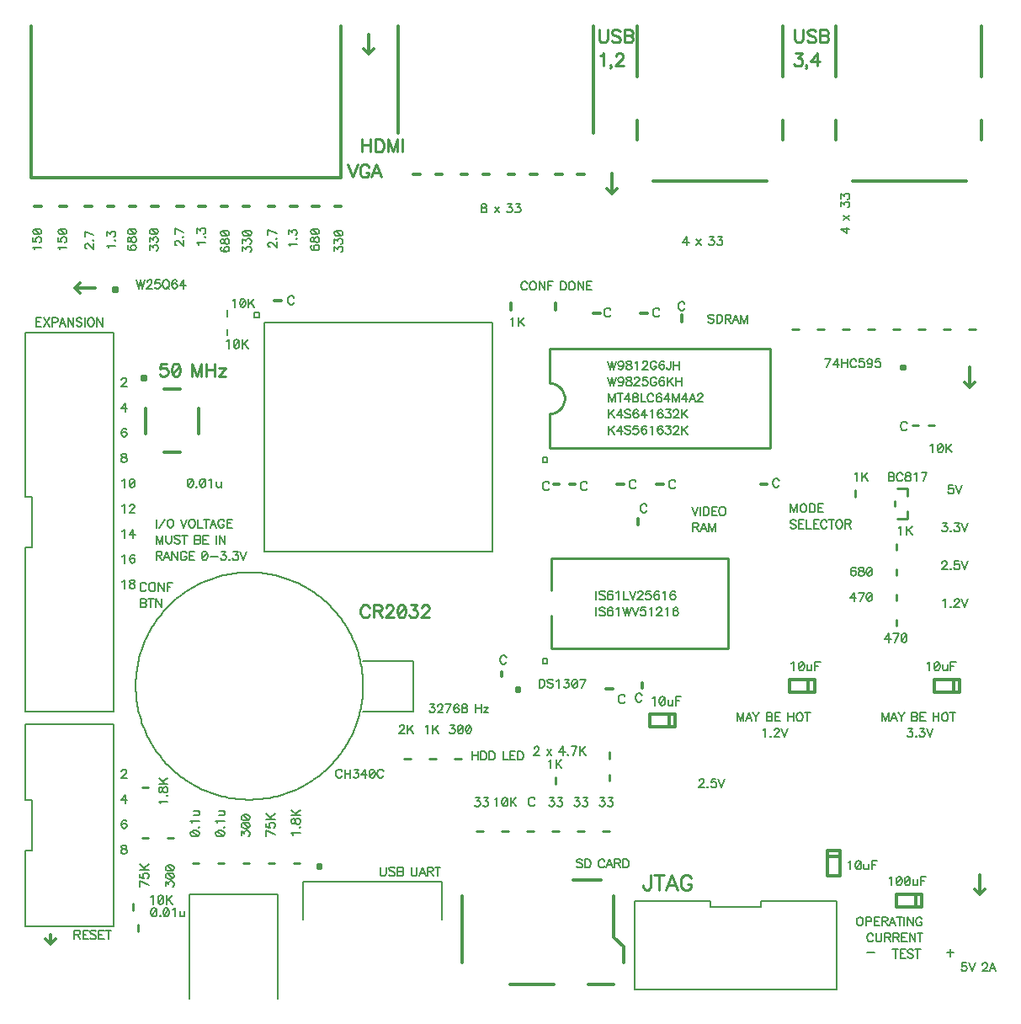
<source format=gbr>
%FSLAX34Y34*%
%MOMM*%
%LNSILK_TOP*%
G71*
G01*
%ADD10C, 0.30*%
%ADD11C, 0.20*%
%ADD12C, 0.25*%
%LPD*%
G54D10*
X29998Y70003D02*
X35002Y64999D01*
X39980Y70003D01*
G54D10*
X35002Y75006D02*
X35002Y64999D01*
G54D11*
X98654Y286614D02*
X9754Y286614D01*
X9754Y210414D01*
X16104Y210414D01*
X16104Y159614D01*
X9754Y159614D01*
X9754Y83414D01*
X98654Y83414D01*
X98654Y286614D01*
G54D11*
X98654Y680314D02*
X9754Y680314D01*
X9754Y515214D01*
X16104Y515214D01*
X16104Y464414D01*
X9754Y464414D01*
X9754Y299314D01*
X98654Y299314D01*
X98654Y680314D01*
G54D10*
X64999Y729996D02*
X59995Y724993D01*
X64999Y719989D01*
G54D11*
X19050Y763703D02*
X18644Y764515D01*
X17424Y765734D01*
X25960Y765734D01*
G54D11*
X17424Y775488D02*
X17424Y771424D01*
X21082Y771017D01*
X20676Y771424D01*
X20270Y772643D01*
X20270Y773862D01*
X20676Y775082D01*
X21488Y775895D01*
X22708Y776301D01*
X23520Y776301D01*
X24740Y775895D01*
X25553Y775082D01*
X25960Y773862D01*
X25960Y772643D01*
X25553Y771424D01*
X25146Y771017D01*
X24334Y770611D01*
G54D11*
X17424Y781990D02*
X17424Y781177D01*
X17831Y779958D01*
X19050Y779145D01*
X21082Y778739D01*
X22302Y778739D01*
X24334Y779145D01*
X25553Y779958D01*
X25960Y781177D01*
X25960Y781990D01*
X25553Y783209D01*
X24334Y784022D01*
X22302Y784429D01*
X21082Y784429D01*
X19050Y784022D01*
X17831Y783209D01*
X17424Y781990D01*
G54D11*
X19050Y784022D02*
X24334Y779145D01*
G54D10*
X19279Y807314D02*
X25629Y807314D01*
G54D10*
X70079Y807314D02*
X76429Y807314D01*
G54D11*
X44450Y763703D02*
X44044Y764515D01*
X42824Y765734D01*
X51359Y765734D01*
G54D11*
X42824Y775488D02*
X42824Y771424D01*
X46482Y771017D01*
X46076Y771424D01*
X45670Y772643D01*
X45670Y773862D01*
X46076Y775082D01*
X46889Y775895D01*
X48108Y776301D01*
X48920Y776301D01*
X50140Y775895D01*
X50953Y775082D01*
X51359Y773862D01*
X51359Y772643D01*
X50953Y771424D01*
X50546Y771017D01*
X49734Y770611D01*
G54D11*
X42824Y781990D02*
X42824Y781177D01*
X43231Y779958D01*
X44450Y779145D01*
X46482Y778739D01*
X47702Y778739D01*
X49734Y779145D01*
X50953Y779958D01*
X51359Y781177D01*
X51359Y781990D01*
X50953Y783209D01*
X49734Y784022D01*
X47702Y784429D01*
X46482Y784429D01*
X44450Y784022D01*
X43231Y783209D01*
X42824Y781990D01*
G54D11*
X44450Y784022D02*
X49734Y779145D01*
G54D10*
X44679Y807314D02*
X51029Y807314D01*
G54D12*
X123088Y78029D02*
X123088Y84380D01*
G54D12*
X117704Y99289D02*
X117704Y105639D01*
G54D12*
X127229Y172314D02*
X133579Y172314D01*
G54D11*
X111481Y188799D02*
X111074Y189612D01*
X109856Y190018D01*
X109042Y190018D01*
X107824Y189612D01*
X107010Y188393D01*
X106604Y186360D01*
X106604Y184328D01*
X107010Y182702D01*
X107824Y181890D01*
X109042Y181483D01*
X109449Y181483D01*
X110668Y181890D01*
X111481Y182702D01*
X111888Y183922D01*
X111888Y184328D01*
X111481Y185548D01*
X110668Y186360D01*
X109449Y186767D01*
X109042Y186767D01*
X107824Y186360D01*
X107010Y185548D01*
X106604Y184328D01*
G54D11*
X109856Y164618D02*
X108230Y164618D01*
X107010Y164211D01*
X106604Y163399D01*
X106604Y162586D01*
X107010Y161773D01*
X107824Y161366D01*
X109449Y160960D01*
X110668Y160554D01*
X111481Y159741D01*
X111888Y158928D01*
X111888Y157709D01*
X111481Y156897D01*
X111074Y156490D01*
X109856Y156084D01*
X108230Y156084D01*
X107010Y156490D01*
X106604Y156897D01*
X106198Y157709D01*
X106198Y158928D01*
X106604Y159741D01*
X107417Y160554D01*
X108636Y160960D01*
X110262Y161366D01*
X111074Y161773D01*
X111481Y162586D01*
X111481Y163399D01*
X111074Y164211D01*
X109856Y164618D01*
G54D12*
X127229Y223114D02*
X133579Y223114D01*
G54D11*
X106604Y238786D02*
X106604Y239192D01*
X107010Y240005D01*
X107417Y240412D01*
X108230Y240818D01*
X109856Y240818D01*
X110668Y240412D01*
X111074Y240005D01*
X111481Y239192D01*
X111481Y238379D01*
X111074Y237567D01*
X110262Y236347D01*
X106198Y232283D01*
X111888Y232283D01*
G54D11*
X107417Y429692D02*
X108230Y430099D01*
X109449Y431318D01*
X109449Y422783D01*
G54D11*
X117984Y431318D02*
X116358Y431318D01*
X115138Y430912D01*
X114732Y430099D01*
X114732Y429286D01*
X115138Y428473D01*
X115952Y428067D01*
X117577Y427660D01*
X118796Y427254D01*
X119609Y426441D01*
X120015Y425628D01*
X120015Y424409D01*
X119609Y423596D01*
X119202Y423189D01*
X117984Y422783D01*
X116358Y422783D01*
X115138Y423189D01*
X114732Y423596D01*
X114326Y424409D01*
X114326Y425628D01*
X114732Y426441D01*
X115545Y427254D01*
X116764Y427660D01*
X118390Y428067D01*
X119202Y428473D01*
X119609Y429286D01*
X119609Y430099D01*
X119202Y430912D01*
X117984Y431318D01*
G54D11*
X107417Y505893D02*
X108230Y506299D01*
X109449Y507518D01*
X109449Y498983D01*
G54D11*
X114732Y505486D02*
X114732Y505893D01*
X115138Y506705D01*
X115545Y507112D01*
X116358Y507518D01*
X117984Y507518D01*
X118796Y507112D01*
X119202Y506705D01*
X119609Y505893D01*
X119609Y505080D01*
X119202Y504267D01*
X118390Y503048D01*
X114326Y498983D01*
X120015Y498983D01*
G54D11*
X107417Y480492D02*
X108230Y480899D01*
X109449Y482118D01*
X109449Y473584D01*
G54D11*
X118390Y473584D02*
X118390Y482118D01*
X114326Y476428D01*
X120422Y476428D01*
G54D11*
X107417Y455092D02*
X108230Y455498D01*
X109449Y456717D01*
X109449Y448183D01*
G54D11*
X119609Y455498D02*
X119202Y456311D01*
X117984Y456717D01*
X117170Y456717D01*
X115952Y456311D01*
X115138Y455092D01*
X114732Y453061D01*
X114732Y451028D01*
X115138Y449403D01*
X115952Y448590D01*
X117170Y448183D01*
X117577Y448183D01*
X118796Y448590D01*
X119609Y449403D01*
X120015Y450622D01*
X120015Y451028D01*
X119609Y452248D01*
X118796Y453061D01*
X117577Y453467D01*
X117170Y453467D01*
X115952Y453061D01*
X115138Y452248D01*
X114732Y451028D01*
G54D11*
X111481Y582498D02*
X111074Y583311D01*
X109856Y583717D01*
X109042Y583717D01*
X107824Y583311D01*
X107010Y582092D01*
X106604Y580061D01*
X106604Y578028D01*
X107010Y576403D01*
X107824Y575590D01*
X109042Y575183D01*
X109449Y575183D01*
X110668Y575590D01*
X111481Y576403D01*
X111888Y577622D01*
X111888Y578028D01*
X111481Y579248D01*
X110668Y580061D01*
X109449Y580467D01*
X109042Y580467D01*
X107824Y580061D01*
X107010Y579248D01*
X106604Y578028D01*
G54D11*
X109856Y558318D02*
X108230Y558318D01*
X107010Y557912D01*
X106604Y557099D01*
X106604Y556286D01*
X107010Y555473D01*
X107824Y555067D01*
X109449Y554660D01*
X110668Y554254D01*
X111481Y553441D01*
X111888Y552628D01*
X111888Y551409D01*
X111481Y550596D01*
X111074Y550189D01*
X109856Y549783D01*
X108230Y549783D01*
X107010Y550189D01*
X106604Y550596D01*
X106198Y551409D01*
X106198Y552628D01*
X106604Y553441D01*
X107417Y554254D01*
X108636Y554660D01*
X110262Y555067D01*
X111074Y555473D01*
X111481Y556286D01*
X111481Y557099D01*
X111074Y557912D01*
X109856Y558318D01*
G54D11*
X107417Y531292D02*
X108230Y531698D01*
X109449Y532918D01*
X109449Y524384D01*
G54D11*
X117577Y532918D02*
X116764Y532918D01*
X115545Y532511D01*
X114732Y531292D01*
X114326Y529260D01*
X114326Y528041D01*
X114732Y526009D01*
X115545Y524790D01*
X116764Y524384D01*
X117577Y524384D01*
X118796Y524790D01*
X119609Y526009D01*
X120015Y528041D01*
X120015Y529260D01*
X119609Y531292D01*
X118796Y532511D01*
X117577Y532918D01*
G54D11*
X119609Y531292D02*
X114732Y526009D01*
G54D10*
X127229Y632689D02*
X127229Y635864D01*
X130404Y635864D01*
X130404Y632689D01*
X127229Y632689D01*
G54D11*
X106604Y632486D02*
X106604Y632893D01*
X107010Y633705D01*
X107417Y634112D01*
X108230Y634518D01*
X109856Y634518D01*
X110668Y634112D01*
X111074Y633705D01*
X111481Y632893D01*
X111481Y632080D01*
X111074Y631267D01*
X110262Y630048D01*
X106198Y625983D01*
X111888Y625983D01*
G54D11*
X110262Y600584D02*
X110262Y609118D01*
X106198Y603428D01*
X112294Y603428D01*
G54D10*
X98654Y721589D02*
X98654Y724764D01*
X101829Y724764D01*
X101829Y721589D01*
X98654Y721589D01*
G54D11*
X93650Y765277D02*
X93244Y766090D01*
X92024Y767309D01*
X100559Y767309D01*
G54D11*
X100152Y773405D02*
X99746Y772998D01*
X100152Y772592D01*
X100559Y772998D01*
X100152Y773405D01*
G54D11*
X92024Y777062D02*
X92024Y781533D01*
X95276Y779095D01*
X95276Y780314D01*
X95682Y781127D01*
X96088Y781533D01*
X97308Y781940D01*
X98120Y781940D01*
X99340Y781533D01*
X100152Y780720D01*
X100559Y779501D01*
X100559Y778282D01*
X100152Y777062D01*
X99746Y776656D01*
X98934Y776250D01*
G54D10*
X92304Y807314D02*
X98654Y807314D01*
G54D10*
X114529Y807314D02*
X120879Y807314D01*
G54D11*
X134900Y763296D02*
X134900Y767766D01*
X138151Y765327D01*
X138151Y766547D01*
X138557Y767360D01*
X138964Y767766D01*
X140183Y768172D01*
X140996Y768172D01*
X142215Y767766D01*
X143028Y766953D01*
X143434Y765734D01*
X143434Y764515D01*
X143028Y763296D01*
X142622Y762890D01*
X141808Y762483D01*
G54D11*
X134900Y771424D02*
X134900Y775895D01*
X138151Y773456D01*
X138151Y774675D01*
X138557Y775488D01*
X138964Y775895D01*
X140183Y776301D01*
X140996Y776301D01*
X142215Y775895D01*
X143028Y775082D01*
X143434Y773862D01*
X143434Y772643D01*
X143028Y771424D01*
X142622Y771017D01*
X141808Y770611D01*
G54D11*
X134900Y781990D02*
X134900Y781177D01*
X135306Y779958D01*
X136526Y779145D01*
X138557Y778739D01*
X139776Y778739D01*
X141808Y779145D01*
X143028Y779958D01*
X143434Y781177D01*
X143434Y781990D01*
X143028Y783209D01*
X141808Y784022D01*
X139776Y784429D01*
X138557Y784429D01*
X136526Y784022D01*
X135306Y783209D01*
X134900Y781990D01*
G54D11*
X136526Y784022D02*
X141808Y779145D01*
G54D10*
X136754Y807314D02*
X143104Y807314D01*
G54D11*
X113894Y767766D02*
X113081Y767360D01*
X112674Y766140D01*
X112674Y765327D01*
X113081Y764108D01*
X114300Y763296D01*
X116332Y762890D01*
X118364Y762890D01*
X119990Y763296D01*
X120803Y764108D01*
X121210Y765327D01*
X121210Y765734D01*
X120803Y766953D01*
X119990Y767766D01*
X118770Y768172D01*
X118364Y768172D01*
X117145Y767766D01*
X116332Y766953D01*
X115926Y765734D01*
X115926Y765327D01*
X116332Y764108D01*
X117145Y763296D01*
X118364Y762890D01*
G54D11*
X112674Y774269D02*
X112674Y772643D01*
X113081Y771424D01*
X113894Y771017D01*
X114707Y771017D01*
X115520Y771424D01*
X115926Y772237D01*
X116332Y773862D01*
X116738Y775082D01*
X117552Y775895D01*
X118364Y776301D01*
X119584Y776301D01*
X120396Y775895D01*
X120803Y775488D01*
X121210Y774269D01*
X121210Y772643D01*
X120803Y771424D01*
X120396Y771017D01*
X119584Y770611D01*
X118364Y770611D01*
X117552Y771017D01*
X116738Y771830D01*
X116332Y773050D01*
X115926Y774675D01*
X115520Y775488D01*
X114707Y775895D01*
X113894Y775895D01*
X113081Y775488D01*
X112674Y774269D01*
G54D11*
X112674Y781990D02*
X112674Y781177D01*
X113081Y779958D01*
X114300Y779145D01*
X116332Y778739D01*
X117552Y778739D01*
X119584Y779145D01*
X120803Y779958D01*
X121210Y781177D01*
X121210Y781990D01*
X120803Y783209D01*
X119584Y784022D01*
X117552Y784429D01*
X116332Y784429D01*
X114300Y784022D01*
X113081Y783209D01*
X112674Y781990D01*
G54D11*
X114300Y784022D02*
X119584Y779145D01*
G54D12*
X203429Y146914D02*
X209779Y146914D01*
G54D12*
X178029Y146914D02*
X184379Y146914D01*
G54D11*
X201397Y176835D02*
X201397Y176022D01*
X201804Y174778D01*
X203048Y173940D01*
X205106Y173533D01*
X206350Y173533D01*
X208408Y173940D01*
X209652Y174778D01*
X210058Y176022D01*
X210058Y176835D01*
X209652Y178079D01*
X208408Y178892D01*
X206350Y179299D01*
X205106Y179299D01*
X203048Y178892D01*
X201804Y178079D01*
X201397Y176835D01*
G54D11*
X203048Y178892D02*
X208408Y173940D01*
G54D11*
X209652Y183007D02*
X209220Y182601D01*
X209652Y182194D01*
X210058Y182601D01*
X209652Y183007D01*
G54D11*
X203048Y187148D02*
X202642Y187961D01*
X201397Y189205D01*
X210058Y189205D01*
G54D11*
X204292Y194565D02*
X208408Y194565D01*
X209652Y194971D01*
X210058Y195809D01*
X210058Y197028D01*
X209652Y197866D01*
X208408Y199086D01*
G54D11*
X204292Y199086D02*
X210058Y199086D01*
G54D11*
X175997Y176835D02*
X175997Y176022D01*
X176403Y174778D01*
X177648Y173940D01*
X179706Y173533D01*
X180950Y173533D01*
X183008Y173940D01*
X184252Y174778D01*
X184658Y176022D01*
X184658Y176835D01*
X184252Y178079D01*
X183008Y178892D01*
X180950Y179299D01*
X179706Y179299D01*
X177648Y178892D01*
X176403Y178079D01*
X175997Y176835D01*
G54D11*
X177648Y178892D02*
X183008Y173940D01*
G54D11*
X184252Y183007D02*
X183820Y182601D01*
X184252Y182194D01*
X184658Y182601D01*
X184252Y183007D01*
G54D11*
X177648Y187148D02*
X177242Y187961D01*
X175997Y189205D01*
X184658Y189205D01*
G54D11*
X178892Y194565D02*
X183008Y194565D01*
X184252Y194971D01*
X184658Y195809D01*
X184658Y197028D01*
X184252Y197866D01*
X183008Y199086D01*
G54D11*
X178892Y199086D02*
X184658Y199086D01*
G54D11*
X176174Y533045D02*
X175362Y533045D01*
X174142Y532638D01*
X173304Y531419D01*
X172898Y529362D01*
X172898Y528117D01*
X173304Y526060D01*
X174142Y524840D01*
X175362Y524434D01*
X176174Y524434D01*
X177420Y524840D01*
X178232Y526060D01*
X178638Y528117D01*
X178638Y529362D01*
X178232Y531419D01*
X177420Y532638D01*
X176174Y533045D01*
G54D11*
X178232Y531419D02*
X173304Y526060D01*
G54D11*
X182347Y524840D02*
X181940Y525247D01*
X181534Y524840D01*
X181940Y524434D01*
X182347Y524840D01*
G54D11*
X188520Y533045D02*
X187681Y533045D01*
X186462Y532638D01*
X185624Y531419D01*
X185217Y529362D01*
X185217Y528117D01*
X185624Y526060D01*
X186462Y524840D01*
X187681Y524434D01*
X188520Y524434D01*
X189738Y524840D01*
X190577Y526060D01*
X190983Y528117D01*
X190983Y529362D01*
X190577Y531419D01*
X189738Y532638D01*
X188520Y533045D01*
G54D11*
X190577Y531419D02*
X185624Y526060D01*
G54D11*
X194666Y531419D02*
X195504Y531825D01*
X196723Y533045D01*
X196723Y524434D01*
G54D11*
X202083Y530174D02*
X202083Y526060D01*
X202490Y524840D01*
X203302Y524434D01*
X204546Y524434D01*
X205360Y524840D01*
X206578Y526060D01*
G54D11*
X206578Y530174D02*
X206578Y524434D01*
G54D11*
X212954Y702539D02*
X212954Y696189D01*
G54D11*
X212954Y683489D02*
X212954Y677139D01*
G54D11*
X184150Y768452D02*
X183744Y769265D01*
X182525Y770484D01*
X191060Y770484D01*
G54D11*
X190653Y776580D02*
X190246Y776174D01*
X190653Y775768D01*
X191060Y776174D01*
X190653Y776580D01*
G54D11*
X182525Y780237D02*
X182525Y784708D01*
X185776Y782269D01*
X185776Y783489D01*
X186182Y784302D01*
X186588Y784708D01*
X187808Y785114D01*
X188621Y785114D01*
X189840Y784708D01*
X190653Y783895D01*
X191060Y782676D01*
X191060Y781457D01*
X190653Y780237D01*
X190246Y779831D01*
X189434Y779424D01*
G54D10*
X184379Y807314D02*
X190729Y807314D01*
G54D10*
X162154Y807314D02*
X168504Y807314D01*
G54D11*
X207544Y766166D02*
X206731Y765760D01*
X206324Y764541D01*
X206324Y763728D01*
X206731Y762509D01*
X207950Y761696D01*
X209982Y761289D01*
X212014Y761289D01*
X213640Y761696D01*
X214452Y762509D01*
X214859Y763728D01*
X214859Y764134D01*
X214452Y765354D01*
X213640Y766166D01*
X212420Y766572D01*
X212014Y766572D01*
X210795Y766166D01*
X209982Y765354D01*
X209576Y764134D01*
X209576Y763728D01*
X209982Y762509D01*
X210795Y761696D01*
X212014Y761289D01*
G54D11*
X206324Y772668D02*
X206324Y771043D01*
X206731Y769823D01*
X207544Y769417D01*
X208356Y769417D01*
X209170Y769823D01*
X209576Y770636D01*
X209982Y772262D01*
X210388Y773481D01*
X211202Y774294D01*
X212014Y774701D01*
X213234Y774701D01*
X214046Y774294D01*
X214452Y773888D01*
X214859Y772668D01*
X214859Y771043D01*
X214452Y769823D01*
X214046Y769417D01*
X213234Y769010D01*
X212014Y769010D01*
X211202Y769417D01*
X210388Y770230D01*
X209982Y771449D01*
X209576Y773075D01*
X209170Y773888D01*
X208356Y774294D01*
X207544Y774294D01*
X206731Y773888D01*
X206324Y772668D01*
G54D11*
X206324Y780390D02*
X206324Y779578D01*
X206731Y778358D01*
X207950Y777546D01*
X209982Y777139D01*
X211202Y777139D01*
X213234Y777546D01*
X214452Y778358D01*
X214859Y779578D01*
X214859Y780390D01*
X214452Y781609D01*
X213234Y782422D01*
X211202Y782828D01*
X209982Y782828D01*
X207950Y782422D01*
X206731Y781609D01*
X206324Y780390D01*
G54D11*
X207950Y782422D02*
X213234Y777546D01*
G54D10*
X206604Y807314D02*
X212954Y807314D01*
G54D11*
X428854Y89764D02*
X428854Y127864D01*
X289154Y127864D01*
X289154Y89764D01*
G54D12*
X254229Y146914D02*
X260579Y146914D01*
G54D12*
X279629Y146914D02*
X285979Y146914D01*
G54D11*
X260858Y175184D02*
X252172Y179324D01*
X252172Y173533D01*
G54D11*
X252172Y186767D02*
X252172Y182627D01*
X255906Y182220D01*
X255474Y182627D01*
X255067Y183871D01*
X255067Y185116D01*
X255474Y186335D01*
X256312Y187173D01*
X257556Y187580D01*
X258369Y187580D01*
X259614Y187173D01*
X260426Y186335D01*
X260858Y185116D01*
X260858Y183871D01*
X260426Y182627D01*
X260020Y182220D01*
X259208Y181788D01*
G54D11*
X252172Y190475D02*
X260858Y190475D01*
G54D11*
X252172Y196266D02*
X257962Y190475D01*
G54D11*
X255906Y192532D02*
X260858Y196266D01*
G54D11*
X279248Y174778D02*
X278842Y175590D01*
X277597Y176835D01*
X286258Y176835D01*
G54D11*
X285852Y183007D02*
X285420Y182601D01*
X285852Y182194D01*
X286258Y182601D01*
X285852Y183007D01*
G54D11*
X277597Y189612D02*
X277597Y187961D01*
X278004Y186715D01*
X278842Y186309D01*
X279654Y186309D01*
X280493Y186715D01*
X280899Y187554D01*
X281306Y189205D01*
X281712Y190425D01*
X282550Y191263D01*
X283363Y191669D01*
X284608Y191669D01*
X285420Y191263D01*
X285852Y190856D01*
X286258Y189612D01*
X286258Y187961D01*
X285852Y186715D01*
X285420Y186309D01*
X284608Y185903D01*
X283363Y185903D01*
X282550Y186309D01*
X281712Y187148D01*
X281306Y188367D01*
X280899Y190018D01*
X280493Y190856D01*
X279654Y191263D01*
X278842Y191263D01*
X278004Y190856D01*
X277597Y189612D01*
G54D11*
X277597Y194565D02*
X286258Y194565D01*
G54D11*
X277597Y200330D02*
X283363Y194565D01*
G54D11*
X281306Y196622D02*
X286258Y200330D01*
G54D11*
X239980Y694995D02*
X239980Y699999D01*
X244984Y699999D01*
X244984Y694995D01*
X239980Y694995D01*
G54D10*
X267488Y712495D02*
X259995Y712495D01*
G54D11*
X280162Y714807D02*
X279730Y715671D01*
X278892Y716509D01*
X278029Y716941D01*
X276327Y716941D01*
X275488Y716509D01*
X274626Y715671D01*
X274194Y714807D01*
X273762Y713537D01*
X273762Y711403D01*
X274194Y710108D01*
X274626Y709270D01*
X275488Y708406D01*
X276327Y707974D01*
X278029Y707974D01*
X278892Y708406D01*
X279730Y709270D01*
X280162Y710108D01*
G54D11*
X255982Y766065D02*
X255575Y766065D01*
X254762Y766471D01*
X254356Y766877D01*
X253950Y767690D01*
X253950Y769316D01*
X254356Y770128D01*
X254762Y770534D01*
X255575Y770941D01*
X256388Y770941D01*
X257200Y770534D01*
X258420Y769722D01*
X262484Y765658D01*
X262484Y771347D01*
G54D11*
X262078Y775005D02*
X261672Y774599D01*
X262078Y774192D01*
X262484Y774599D01*
X262078Y775005D01*
G54D11*
X262484Y779476D02*
X253950Y783539D01*
X253950Y777850D01*
G54D10*
X254229Y807314D02*
X260579Y807314D01*
G54D10*
X298679Y807314D02*
X305029Y807314D01*
G54D11*
X276226Y766877D02*
X275819Y767690D01*
X274600Y768910D01*
X283134Y768910D01*
G54D11*
X282728Y775005D02*
X282321Y774599D01*
X282728Y774192D01*
X283134Y774599D01*
X282728Y775005D01*
G54D11*
X274600Y778663D02*
X274600Y783133D01*
X277851Y780695D01*
X277851Y781914D01*
X278258Y782727D01*
X278664Y783133D01*
X279883Y783539D01*
X280696Y783539D01*
X281915Y783133D01*
X282728Y782321D01*
X283134Y781102D01*
X283134Y779882D01*
X282728Y778663D01*
X282321Y778257D01*
X281508Y777850D01*
G54D10*
X276454Y807314D02*
X282804Y807314D01*
G54D11*
X328194Y238786D02*
X327788Y239599D01*
X326974Y240412D01*
X326162Y240818D01*
X324536Y240818D01*
X323723Y240412D01*
X322911Y239599D01*
X322504Y238786D01*
X322098Y237567D01*
X322098Y235534D01*
X322504Y234315D01*
X322911Y233502D01*
X323723Y232689D01*
X324536Y232283D01*
X326162Y232283D01*
X326974Y232689D01*
X327788Y233502D01*
X328194Y234315D01*
G54D11*
X331038Y240818D02*
X331038Y232283D01*
G54D11*
X336728Y240818D02*
X336728Y232283D01*
G54D11*
X331038Y236754D02*
X336728Y236754D01*
G54D11*
X340386Y240818D02*
X344856Y240818D01*
X342418Y237567D01*
X343637Y237567D01*
X344450Y237160D01*
X344856Y236754D01*
X345262Y235534D01*
X345262Y234722D01*
X344856Y233502D01*
X344043Y232689D01*
X342824Y232283D01*
X341605Y232283D01*
X340386Y232689D01*
X339980Y233096D01*
X339573Y233909D01*
G54D11*
X351765Y232283D02*
X351765Y240818D01*
X347701Y235128D01*
X353797Y235128D01*
G54D11*
X359080Y240818D02*
X358268Y240818D01*
X357048Y240412D01*
X356236Y239192D01*
X355829Y237160D01*
X355829Y235941D01*
X356236Y233909D01*
X357048Y232689D01*
X358268Y232283D01*
X359080Y232283D01*
X360300Y232689D01*
X361112Y233909D01*
X361518Y235941D01*
X361518Y237160D01*
X361112Y239192D01*
X360300Y240412D01*
X359080Y240818D01*
G54D11*
X361112Y239192D02*
X356236Y233909D01*
G54D11*
X370053Y238786D02*
X369647Y239599D01*
X368834Y240412D01*
X368021Y240818D01*
X366396Y240818D01*
X365582Y240412D01*
X364770Y239599D01*
X364363Y238786D01*
X363957Y237567D01*
X363957Y235534D01*
X364363Y234315D01*
X364770Y233502D01*
X365582Y232689D01*
X366396Y232283D01*
X368021Y232283D01*
X368834Y232689D01*
X369647Y233502D01*
X370053Y234315D01*
G54D11*
X320624Y761696D02*
X320624Y766166D01*
X323876Y763728D01*
X323876Y764947D01*
X324282Y765760D01*
X324688Y766166D01*
X325908Y766572D01*
X326720Y766572D01*
X327940Y766166D01*
X328752Y765354D01*
X329159Y764134D01*
X329159Y762915D01*
X328752Y761696D01*
X328346Y761289D01*
X327534Y760883D01*
G54D11*
X320624Y769823D02*
X320624Y774294D01*
X323876Y771855D01*
X323876Y773075D01*
X324282Y773888D01*
X324688Y774294D01*
X325908Y774701D01*
X326720Y774701D01*
X327940Y774294D01*
X328752Y773481D01*
X329159Y772262D01*
X329159Y771043D01*
X328752Y769823D01*
X328346Y769417D01*
X327534Y769010D01*
G54D11*
X320624Y780390D02*
X320624Y779578D01*
X321031Y778358D01*
X322250Y777546D01*
X324282Y777139D01*
X325501Y777139D01*
X327534Y777546D01*
X328752Y778358D01*
X329159Y779578D01*
X329159Y780390D01*
X328752Y781609D01*
X327534Y782422D01*
X325501Y782828D01*
X324282Y782828D01*
X322250Y782422D01*
X321031Y781609D01*
X320624Y780390D01*
G54D11*
X322250Y782422D02*
X327534Y777546D01*
G54D10*
X320904Y807314D02*
X327254Y807314D01*
G54D12*
X334188Y849071D02*
X339040Y836346D01*
X343891Y849071D01*
G54D12*
X355397Y846049D02*
X354788Y847243D01*
X353594Y848462D01*
X352374Y849071D01*
X349962Y849071D01*
X348742Y848462D01*
X347523Y847243D01*
X346914Y846049D01*
X346304Y844220D01*
X346304Y841198D01*
X346914Y839368D01*
X347523Y838175D01*
X348742Y836956D01*
X349962Y836346D01*
X352374Y836346D01*
X353594Y836956D01*
X354788Y838175D01*
X355397Y839368D01*
X355397Y841198D01*
X352374Y841198D01*
G54D12*
X367513Y836346D02*
X362687Y849071D01*
X357836Y836346D01*
G54D12*
X359639Y840588D02*
X365710Y840588D01*
G54D10*
X349987Y964997D02*
X354990Y959994D01*
X359994Y964997D01*
G54D12*
X390754Y251689D02*
X397104Y251689D01*
G54D12*
X416154Y251689D02*
X422504Y251689D01*
G54D12*
X441554Y251689D02*
X447904Y251689D01*
G54D11*
X349479Y350114D02*
X400279Y350114D01*
X400279Y299314D01*
X349479Y299314D01*
G54D10*
X400279Y839064D02*
X406629Y839064D01*
G54D10*
X447904Y839064D02*
X454254Y839064D01*
G54D10*
X422504Y839064D02*
X428854Y839064D01*
G54D12*
X514579Y178664D02*
X520929Y178664D01*
G54D12*
X489179Y178664D02*
X495529Y178664D01*
G54D12*
X463779Y178664D02*
X470129Y178664D01*
G54D10*
X489179Y338989D02*
X489179Y334239D01*
G54D11*
X493674Y353569D02*
X493243Y354407D01*
X492380Y355270D01*
X491541Y355702D01*
X489840Y355702D01*
X488976Y355270D01*
X488112Y354407D01*
X487706Y353569D01*
X487274Y352273D01*
X487274Y350140D01*
X487706Y348869D01*
X488112Y348006D01*
X488976Y347168D01*
X489840Y346736D01*
X491541Y346736D01*
X492380Y347168D01*
X493243Y348006D01*
X493674Y348869D01*
G54D11*
X529997Y347498D02*
X529997Y352502D01*
X535000Y352502D01*
X535000Y347498D01*
X529997Y347498D01*
G54D11*
X529997Y550012D02*
X529997Y554990D01*
X535000Y554990D01*
X535000Y550012D01*
X529997Y550012D01*
G54D10*
X498450Y702869D02*
X498450Y709219D01*
G54D11*
X498018Y693471D02*
X498856Y693903D01*
X500101Y695148D01*
X500101Y686385D01*
G54D11*
X505511Y695148D02*
X505511Y686385D01*
G54D11*
X511353Y695148D02*
X505511Y689306D01*
G54D11*
X507594Y691388D02*
X511353Y686385D01*
G54D11*
X471856Y809270D02*
X470230Y809270D01*
X468986Y808864D01*
X468580Y808025D01*
X468580Y807212D01*
X468986Y806400D01*
X469824Y805994D01*
X471450Y805561D01*
X472694Y805155D01*
X473507Y804342D01*
X473914Y803530D01*
X473914Y802284D01*
X473507Y801472D01*
X473100Y801066D01*
X471856Y800660D01*
X470230Y800660D01*
X468986Y801066D01*
X468580Y801472D01*
X468173Y802284D01*
X468173Y803530D01*
X468580Y804342D01*
X469392Y805155D01*
X470637Y805561D01*
X472262Y805994D01*
X473100Y806400D01*
X473507Y807212D01*
X473507Y808025D01*
X473100Y808864D01*
X471856Y809270D01*
G54D11*
X481712Y806400D02*
X486232Y800660D01*
G54D11*
X486232Y806400D02*
X481712Y800660D01*
G54D11*
X494843Y809270D02*
X499339Y809270D01*
X496900Y805994D01*
X498120Y805994D01*
X498932Y805561D01*
X499339Y805155D01*
X499770Y803936D01*
X499770Y803097D01*
X499339Y801878D01*
X498526Y801066D01*
X497307Y800660D01*
X496062Y800660D01*
X494843Y801066D01*
X494436Y801472D01*
X494005Y802284D01*
G54D11*
X503048Y809270D02*
X507544Y809270D01*
X505104Y805994D01*
X506324Y805994D01*
X507137Y805561D01*
X507544Y805155D01*
X507975Y803936D01*
X507975Y803097D01*
X507544Y801878D01*
X506730Y801066D01*
X505511Y800660D01*
X504266Y800660D01*
X503048Y801066D01*
X502641Y801472D01*
X502210Y802284D01*
G54D10*
X495529Y839064D02*
X501879Y839064D01*
G54D10*
X470129Y839064D02*
X476479Y839064D01*
G54D10*
X517754Y839064D02*
X524104Y839064D01*
G54D10*
X601878Y24663D02*
X576478Y24663D01*
G54D10*
X601878Y113564D02*
X601878Y72288D01*
X611404Y62764D01*
X611404Y46889D01*
G54D10*
X589179Y129439D02*
X560604Y129439D01*
G54D12*
X590779Y178664D02*
X597129Y178664D01*
G54D12*
X565379Y178664D02*
X571729Y178664D01*
G54D12*
X539979Y178664D02*
X546329Y178664D01*
G54D12*
X543154Y232639D02*
X543154Y226289D01*
G54D12*
X597129Y258039D02*
X597129Y251689D01*
G54D12*
X597129Y235814D02*
X597129Y229464D01*
G54D10*
X593954Y321539D02*
X600304Y321539D01*
G54D10*
X562204Y527914D02*
X557429Y527914D01*
G54D10*
X611404Y527914D02*
X605054Y527914D01*
G54D10*
X546329Y527914D02*
X541554Y527914D01*
G54D11*
X574624Y528194D02*
X574193Y529032D01*
X573355Y529895D01*
X572491Y530327D01*
X570789Y530327D01*
X569951Y529895D01*
X569088Y529032D01*
X568656Y528194D01*
X568224Y526898D01*
X568224Y524765D01*
X568656Y523494D01*
X569088Y522631D01*
X569951Y521793D01*
X570789Y521361D01*
X572491Y521361D01*
X573355Y521793D01*
X574193Y522631D01*
X574624Y523494D01*
G54D10*
X543434Y702869D02*
X543434Y709219D01*
G54D10*
X587604Y699364D02*
X581254Y699364D01*
G54D11*
X598450Y702819D02*
X598018Y703657D01*
X597154Y704520D01*
X596316Y704952D01*
X594614Y704952D01*
X593751Y704520D01*
X592887Y703657D01*
X592481Y702819D01*
X592049Y701523D01*
X592049Y699390D01*
X592481Y698119D01*
X592887Y697256D01*
X593751Y696418D01*
X594614Y695986D01*
X596316Y695986D01*
X597154Y696418D01*
X598018Y697256D01*
X598450Y698119D01*
G54D10*
X565379Y839064D02*
X571729Y839064D01*
G54D10*
X543154Y839064D02*
X549504Y839064D01*
G54D10*
X663499Y296062D02*
X663499Y283363D01*
X638100Y283363D01*
X638100Y296062D01*
X663499Y296062D01*
G54D11*
X640563Y312268D02*
X641376Y312700D01*
X642620Y313919D01*
X642620Y305283D01*
G54D11*
X650850Y313919D02*
X650037Y313919D01*
X648792Y313513D01*
X647980Y312268D01*
X647548Y310211D01*
X647548Y308991D01*
X647980Y306934D01*
X648792Y305690D01*
X650037Y305283D01*
X650850Y305283D01*
X652094Y305690D01*
X652908Y306934D01*
X653314Y308991D01*
X653314Y310211D01*
X652908Y312268D01*
X652094Y313513D01*
X650850Y313919D01*
G54D11*
X652908Y312268D02*
X647980Y306934D01*
G54D11*
X656209Y311049D02*
X656209Y306934D01*
X656616Y305690D01*
X657428Y305283D01*
X658673Y305283D01*
X659486Y305690D01*
X660730Y306934D01*
G54D11*
X660730Y311049D02*
X660730Y305283D01*
G54D11*
X669367Y313919D02*
X664032Y313919D01*
X664032Y305283D01*
G54D11*
X664032Y309804D02*
X667310Y309804D01*
G54D10*
X630454Y327889D02*
X630454Y323114D01*
G54D11*
X630200Y315468D02*
X629768Y316306D01*
X628904Y317171D01*
X628066Y317602D01*
X626364Y317602D01*
X625501Y317171D01*
X624637Y316306D01*
X624231Y315468D01*
X623799Y314173D01*
X623799Y312039D01*
X624231Y310769D01*
X624637Y309906D01*
X625501Y309067D01*
X626364Y308635D01*
X628066Y308635D01*
X628904Y309067D01*
X629768Y309906D01*
X630200Y310769D01*
G54D10*
X625704Y492989D02*
X625704Y486639D01*
G54D11*
X634950Y505968D02*
X634518Y506806D01*
X633680Y507671D01*
X632816Y508102D01*
X631114Y508102D01*
X630276Y507671D01*
X629412Y506806D01*
X628980Y505968D01*
X628548Y504673D01*
X628548Y502539D01*
X628980Y501269D01*
X629412Y500406D01*
X630276Y499567D01*
X631114Y499135D01*
X632816Y499135D01*
X633680Y499567D01*
X634518Y500406D01*
X634950Y501269D01*
G54D10*
X651104Y527914D02*
X644754Y527914D01*
G54D11*
X663524Y529768D02*
X663093Y530631D01*
X662254Y531470D01*
X661391Y531902D01*
X659689Y531902D01*
X658851Y531470D01*
X657987Y530631D01*
X657556Y529768D01*
X657124Y528498D01*
X657124Y526364D01*
X657556Y525095D01*
X657987Y524231D01*
X658851Y523367D01*
X659689Y522961D01*
X661391Y522961D01*
X662254Y523367D01*
X663093Y524231D01*
X663524Y525095D01*
G54D11*
X623850Y529768D02*
X623418Y530631D01*
X622554Y531470D01*
X621716Y531902D01*
X620014Y531902D01*
X619151Y531470D01*
X618287Y530631D01*
X617880Y529768D01*
X617449Y528498D01*
X617449Y526364D01*
X617880Y525095D01*
X618287Y524231D01*
X619151Y523367D01*
X620014Y522961D01*
X621716Y522961D01*
X622554Y523367D01*
X623418Y524231D01*
X623850Y525095D01*
G54D10*
X635229Y699364D02*
X628879Y699364D01*
G54D11*
X647650Y702819D02*
X647218Y703657D01*
X646380Y704520D01*
X645516Y704952D01*
X643814Y704952D01*
X642976Y704520D01*
X642112Y703657D01*
X641680Y702819D01*
X641249Y701523D01*
X641249Y699390D01*
X641680Y698119D01*
X642112Y697256D01*
X642976Y696418D01*
X643814Y695986D01*
X645516Y695986D01*
X646380Y696418D01*
X647218Y697256D01*
X647650Y698119D01*
G54D11*
X673050Y709168D02*
X672618Y710006D01*
X671780Y710870D01*
X670916Y711302D01*
X669214Y711302D01*
X668376Y710870D01*
X667512Y710006D01*
X667080Y709168D01*
X666649Y707873D01*
X666649Y705739D01*
X667080Y704470D01*
X667512Y703605D01*
X668376Y702767D01*
X669214Y702336D01*
X670916Y702336D01*
X671780Y702767D01*
X672618Y703605D01*
X673050Y704470D01*
G54D10*
X670154Y697764D02*
X670154Y691413D01*
G54D10*
X625222Y893039D02*
X625222Y873989D01*
G54D11*
X622529Y108814D02*
X698729Y108814D01*
X698729Y102464D01*
X749529Y102464D01*
X749529Y108814D01*
X825729Y108814D01*
X825729Y19914D01*
X622529Y19914D01*
X622529Y108814D01*
G54D10*
X755879Y527914D02*
X749529Y527914D01*
G54D11*
X702438Y696799D02*
X701624Y697612D01*
X700406Y698018D01*
X698780Y698018D01*
X697560Y697612D01*
X696748Y696799D01*
X696748Y695986D01*
X697154Y695173D01*
X697560Y694767D01*
X698374Y694360D01*
X700812Y693548D01*
X701624Y693141D01*
X702031Y692735D01*
X702438Y691922D01*
X702438Y690702D01*
X701624Y689890D01*
X700406Y689483D01*
X698780Y689483D01*
X697560Y689890D01*
X696748Y690702D01*
G54D11*
X708127Y698018D02*
X705282Y698018D01*
X705282Y689483D01*
X708127Y689483D01*
X709346Y689890D01*
X710159Y690702D01*
X710566Y691515D01*
X710972Y692735D01*
X710972Y694767D01*
X710566Y695986D01*
X710159Y696799D01*
X709346Y697612D01*
X708127Y698018D01*
G54D11*
X713816Y693954D02*
X717474Y693954D01*
X718694Y694360D01*
X719100Y694767D01*
X719506Y695580D01*
X719506Y696393D01*
X719100Y697205D01*
X718694Y697612D01*
X717474Y698018D01*
X713816Y698018D01*
X713816Y689483D01*
G54D11*
X716662Y693954D02*
X719506Y689483D01*
G54D11*
X727634Y689483D02*
X724383Y698018D01*
X721132Y689483D01*
G54D11*
X722351Y692328D02*
X726415Y692328D01*
G54D11*
X736168Y689483D02*
X736168Y698018D01*
X732917Y689483D01*
X729666Y698018D01*
X729666Y689483D01*
G54D10*
X828904Y159614D02*
X828904Y134214D01*
X816204Y134214D01*
X816204Y159614D01*
X828904Y159614D01*
G54D10*
X816204Y153264D02*
X828904Y153264D01*
G54D10*
X803504Y318364D02*
X778104Y318364D01*
X778104Y331064D01*
X803504Y331064D01*
X803504Y318364D01*
G54D10*
X797154Y331064D02*
X797154Y318364D01*
G54D11*
X780568Y347270D02*
X781381Y347701D01*
X782626Y348921D01*
X782626Y340285D01*
G54D11*
X790854Y348921D02*
X790016Y348921D01*
X788798Y348514D01*
X787960Y347270D01*
X787553Y345212D01*
X787553Y343993D01*
X787960Y341936D01*
X788798Y340691D01*
X790016Y340285D01*
X790854Y340285D01*
X792074Y340691D01*
X792912Y341936D01*
X793318Y343993D01*
X793318Y345212D01*
X792912Y347270D01*
X792074Y348514D01*
X790854Y348921D01*
G54D11*
X792912Y347270D02*
X787960Y341936D01*
G54D11*
X796189Y346050D02*
X796189Y341936D01*
X796620Y340691D01*
X797434Y340285D01*
X798678Y340285D01*
X799490Y340691D01*
X800736Y341936D01*
G54D11*
X800736Y346050D02*
X800736Y340285D01*
G54D11*
X809372Y348921D02*
X804012Y348921D01*
X804012Y340285D01*
G54D11*
X804012Y344806D02*
X807314Y344806D01*
G54D12*
X781279Y683489D02*
X787629Y683489D01*
G54D12*
X806679Y683489D02*
X813029Y683489D01*
G54D12*
X832079Y683489D02*
X838429Y683489D01*
G54D10*
X771272Y893039D02*
X771272Y873989D01*
G54D10*
X825246Y893039D02*
X825246Y873989D01*
G54D10*
X911454Y102464D02*
X886054Y102464D01*
X886054Y115164D01*
X911454Y115164D01*
X911454Y102464D01*
G54D10*
X905104Y115164D02*
X905104Y102464D01*
G54D12*
X886054Y385039D02*
X886054Y391389D01*
G54D12*
X886054Y410439D02*
X886054Y416789D01*
G54D11*
X878612Y368808D02*
X878612Y377342D01*
X874548Y371653D01*
X880644Y371653D01*
G54D11*
X884302Y368808D02*
X888366Y377342D01*
X882676Y377342D01*
G54D11*
X894055Y377342D02*
X893242Y377342D01*
X892023Y376936D01*
X891210Y375717D01*
X890804Y373686D01*
X890804Y372466D01*
X891210Y370434D01*
X892023Y369215D01*
X893242Y368808D01*
X894055Y368808D01*
X895274Y369215D01*
X896087Y370434D01*
X896494Y372466D01*
X896494Y373686D01*
X896087Y375717D01*
X895274Y376936D01*
X894055Y377342D01*
G54D11*
X896087Y375717D02*
X891210Y370434D01*
G54D12*
X886054Y461239D02*
X886054Y467589D01*
G54D11*
X888544Y483921D02*
X889382Y484353D01*
X890626Y485597D01*
X890626Y476834D01*
G54D11*
X896036Y485597D02*
X896036Y476834D01*
G54D11*
X901852Y485597D02*
X896036Y479756D01*
G54D11*
X898119Y481838D02*
X901852Y476834D01*
G54D12*
X908279Y586639D02*
X901929Y586639D01*
G54D12*
X857479Y683489D02*
X863829Y683489D01*
G54D12*
X882879Y683489D02*
X889229Y683489D01*
G54D12*
X908279Y683489D02*
X914629Y683489D01*
G54D11*
X956158Y46508D02*
X952044Y46508D01*
X951637Y42800D01*
X952044Y43231D01*
X953288Y43638D01*
X954507Y43638D01*
X955752Y43231D01*
X956564Y42393D01*
X956971Y41174D01*
X956971Y40336D01*
X956564Y39116D01*
X955752Y38278D01*
X954507Y37872D01*
X953288Y37872D01*
X952044Y38278D01*
X951637Y38710D01*
X951230Y39523D01*
G54D11*
X958622Y46508D02*
X961898Y37872D01*
X965200Y46508D01*
G54D11*
X972592Y44451D02*
X972592Y44857D01*
X972998Y45695D01*
X973404Y46101D01*
X974242Y46508D01*
X975868Y46508D01*
X976706Y46101D01*
X977113Y45695D01*
X977520Y44857D01*
X977520Y44044D01*
X977113Y43231D01*
X976275Y41987D01*
X972186Y37872D01*
X977926Y37872D01*
G54D11*
X986156Y37872D02*
X982854Y46508D01*
X979576Y37872D01*
G54D11*
X980796Y40742D02*
X984910Y40742D01*
G54D10*
X964997Y119990D02*
X970001Y115011D01*
X974980Y119990D01*
G54D10*
X949554Y318364D02*
X924154Y318364D01*
X924154Y331064D01*
X949554Y331064D01*
X949554Y318364D01*
G54D10*
X943204Y331064D02*
X943204Y318364D01*
G54D11*
X932917Y410643D02*
X933730Y411049D01*
X934949Y412268D01*
X934949Y403733D01*
G54D11*
X941045Y404140D02*
X940638Y404546D01*
X940232Y404140D01*
X940638Y403733D01*
X941045Y404140D01*
G54D11*
X944296Y410236D02*
X944296Y410643D01*
X944702Y411455D01*
X945109Y411862D01*
X945922Y412268D01*
X947548Y412268D01*
X948360Y411862D01*
X948766Y411455D01*
X949173Y410643D01*
X949173Y409830D01*
X948766Y409017D01*
X947954Y407798D01*
X943890Y403733D01*
X949580Y403733D01*
G54D11*
X951205Y412268D02*
X954456Y403733D01*
X957708Y412268D01*
G54D11*
X932510Y488467D02*
X936981Y488467D01*
X934542Y485217D01*
X935762Y485217D01*
X936574Y484811D01*
X936981Y484404D01*
X937388Y483185D01*
X937388Y482372D01*
X936981Y481153D01*
X936168Y480340D01*
X934949Y479933D01*
X933730Y479933D01*
X932510Y480340D01*
X932104Y480746D01*
X931698Y481559D01*
G54D11*
X941045Y480340D02*
X940638Y480746D01*
X940232Y480340D01*
X940638Y479933D01*
X941045Y480340D01*
G54D11*
X944702Y488467D02*
X949173Y488467D01*
X946734Y485217D01*
X947954Y485217D01*
X948766Y484811D01*
X949173Y484404D01*
X949580Y483185D01*
X949580Y482372D01*
X949173Y481153D01*
X948360Y480340D01*
X947141Y479933D01*
X945922Y479933D01*
X944702Y480340D01*
X944296Y480746D01*
X943890Y481559D01*
G54D11*
X951205Y488467D02*
X954456Y479933D01*
X957708Y488467D01*
G54D10*
X954990Y629997D02*
X959994Y624993D01*
X964997Y629997D01*
G54D10*
X959994Y645008D02*
X959994Y624993D01*
G54D12*
X933679Y683489D02*
X940029Y683489D01*
G54D12*
X959079Y683489D02*
X965429Y683489D01*
G54D10*
X971296Y893039D02*
X971296Y873989D01*
G54D10*
X15622Y988289D02*
X15622Y835889D01*
X326772Y835889D01*
X326772Y988289D01*
G54D11*
X133858Y124384D02*
X125172Y128524D01*
X125172Y122733D01*
G54D11*
X125172Y135967D02*
X125172Y131826D01*
X128906Y131420D01*
X128474Y131826D01*
X128067Y133071D01*
X128067Y134316D01*
X128474Y135534D01*
X129312Y136373D01*
X130556Y136780D01*
X131369Y136780D01*
X132614Y136373D01*
X133426Y135534D01*
X133858Y134316D01*
X133858Y133071D01*
X133426Y131826D01*
X133020Y131420D01*
X132208Y130988D01*
G54D11*
X125172Y139675D02*
X133858Y139675D01*
G54D11*
X125172Y145466D02*
X130962Y139675D01*
G54D11*
X128906Y141733D02*
X133858Y145466D01*
G54D11*
X110262Y206884D02*
X110262Y215418D01*
X106198Y209729D01*
X112294Y209729D01*
G54D10*
X130404Y578714D02*
X130404Y604114D01*
G54D10*
X184379Y604114D02*
X184379Y578714D01*
G54D11*
X479984Y689991D02*
X249988Y689991D01*
X249988Y459994D01*
X479984Y459994D01*
X479984Y689991D01*
G54D10*
X354990Y980009D02*
X354990Y959994D01*
G54D11*
X412294Y283897D02*
X413132Y284303D01*
X414376Y285573D01*
X414376Y276810D01*
G54D11*
X419786Y285573D02*
X419786Y276810D01*
G54D11*
X425602Y285573D02*
X419786Y279730D01*
G54D11*
X421869Y281813D02*
X425602Y276810D01*
G54D11*
X482118Y210795D02*
X482956Y211201D01*
X484175Y212446D01*
X484175Y203759D01*
G54D11*
X492456Y212446D02*
X491618Y212446D01*
X490373Y212039D01*
X489560Y210795D01*
X489128Y208712D01*
X489128Y207493D01*
X489560Y205410D01*
X490373Y204191D01*
X491618Y203759D01*
X492456Y203759D01*
X493674Y204191D01*
X494513Y205410D01*
X494920Y207493D01*
X494920Y208712D01*
X494513Y210795D01*
X493674Y212039D01*
X492456Y212446D01*
G54D11*
X494513Y210795D02*
X489560Y205410D01*
G54D11*
X497815Y212446D02*
X497815Y203759D01*
G54D11*
X503606Y212446D02*
X497815Y206655D01*
G54D11*
X499872Y208712D02*
X503606Y203759D01*
G54D11*
X522250Y210694D02*
X521818Y211532D01*
X520954Y212395D01*
X520116Y212827D01*
X518414Y212827D01*
X517551Y212395D01*
X516687Y211532D01*
X516280Y210694D01*
X515849Y209398D01*
X515849Y207265D01*
X516280Y205994D01*
X516687Y205131D01*
X517551Y204293D01*
X518414Y203861D01*
X520116Y203861D01*
X520954Y204293D01*
X521818Y205131D01*
X522250Y205994D01*
G54D11*
X588036Y212243D02*
X592506Y212243D01*
X590068Y208991D01*
X591287Y208991D01*
X592100Y208585D01*
X592506Y208179D01*
X592912Y206959D01*
X592912Y206146D01*
X592506Y204928D01*
X591694Y204115D01*
X590474Y203709D01*
X589255Y203709D01*
X588036Y204115D01*
X587630Y204522D01*
X587223Y205334D01*
G54D11*
X596164Y212243D02*
X600634Y212243D01*
X598196Y208991D01*
X599415Y208991D01*
X600228Y208585D01*
X600634Y208179D01*
X601040Y206959D01*
X601040Y206146D01*
X600634Y204928D01*
X599821Y204115D01*
X598602Y203709D01*
X597383Y203709D01*
X596164Y204115D01*
X595758Y204522D01*
X595351Y205334D01*
G54D11*
X562636Y212243D02*
X567106Y212243D01*
X564668Y208991D01*
X565887Y208991D01*
X566700Y208585D01*
X567106Y208179D01*
X567512Y206959D01*
X567512Y206146D01*
X567106Y204928D01*
X566293Y204115D01*
X565074Y203709D01*
X563855Y203709D01*
X562636Y204115D01*
X562230Y204522D01*
X561823Y205334D01*
G54D11*
X570764Y212243D02*
X575234Y212243D01*
X572796Y208991D01*
X574015Y208991D01*
X574828Y208585D01*
X575234Y208179D01*
X575640Y206959D01*
X575640Y206146D01*
X575234Y204928D01*
X574422Y204115D01*
X573202Y203709D01*
X571983Y203709D01*
X570764Y204115D01*
X570358Y204522D01*
X569951Y205334D01*
G54D10*
X581254Y988289D02*
X581254Y880339D01*
G54D10*
X594996Y824992D02*
X599999Y820014D01*
X605003Y824992D01*
G54D10*
X599999Y840004D02*
X599999Y820014D01*
G54D10*
X657149Y296062D02*
X657149Y283363D01*
G54D12*
X638785Y134798D02*
X638785Y123063D01*
X638048Y120879D01*
X637312Y120142D01*
X635864Y119406D01*
X634391Y119406D01*
X632918Y120142D01*
X632181Y120879D01*
X631444Y123063D01*
X631444Y124537D01*
G54D12*
X647574Y134798D02*
X647574Y119406D01*
G54D12*
X642442Y134798D02*
X652704Y134798D01*
G54D12*
X665887Y119406D02*
X660020Y134798D01*
X654178Y119406D01*
G54D12*
X656362Y124537D02*
X663702Y124537D01*
G54D12*
X679806Y131140D02*
X679070Y132588D01*
X677622Y134062D01*
X676148Y134798D01*
X673228Y134798D01*
X671754Y134062D01*
X670281Y132588D01*
X669544Y131140D01*
X668834Y128931D01*
X668834Y125273D01*
X669544Y123063D01*
X670281Y121616D01*
X671754Y120142D01*
X673228Y119406D01*
X676148Y119406D01*
X677622Y120142D01*
X679070Y121616D01*
X679806Y123063D01*
X679806Y125273D01*
X676148Y125273D01*
G54D10*
X625222Y988289D02*
X625222Y937489D01*
G54D10*
X771272Y988289D02*
X771272Y937489D01*
G54D10*
X825246Y988289D02*
X825246Y937489D01*
G54D12*
X783692Y984581D02*
X783692Y975513D01*
X784302Y973684D01*
X785496Y972490D01*
X787324Y971881D01*
X788518Y971881D01*
X790347Y972490D01*
X791540Y973684D01*
X792150Y975513D01*
X792150Y984581D01*
G54D12*
X804850Y982752D02*
X803656Y983971D01*
X801828Y984581D01*
X799414Y984581D01*
X797612Y983971D01*
X796392Y982752D01*
X796392Y981558D01*
X797002Y980339D01*
X797612Y979729D01*
X798805Y979120D01*
X802437Y977926D01*
X803656Y977316D01*
X804240Y976707D01*
X804850Y975513D01*
X804850Y973684D01*
X803656Y972490D01*
X801828Y971881D01*
X799414Y971881D01*
X797612Y972490D01*
X796392Y973684D01*
G54D12*
X814528Y984581D02*
X809092Y984581D01*
X809092Y971881D01*
X814528Y971881D01*
X816356Y972490D01*
X816966Y973074D01*
X817550Y974293D01*
X817550Y976097D01*
X816966Y977316D01*
X816356Y977926D01*
X814528Y978535D01*
X816356Y979120D01*
X816966Y979729D01*
X817550Y980948D01*
X817550Y982168D01*
X816966Y983362D01*
X816356Y983971D01*
X814528Y984581D01*
G54D12*
X809092Y978535D02*
X814528Y978535D01*
G54D12*
X784302Y960755D02*
X790956Y960755D01*
X787324Y955929D01*
X789128Y955929D01*
X790347Y955320D01*
X790956Y954710D01*
X791540Y952907D01*
X791540Y951687D01*
X790956Y949884D01*
X789738Y948665D01*
X787908Y948056D01*
X786105Y948056D01*
X784302Y948665D01*
X783692Y949275D01*
X783082Y950468D01*
G54D12*
X795172Y949275D02*
X795782Y948665D01*
X795172Y948056D01*
X794563Y948665D01*
X795172Y949275D01*
G54D12*
X795782Y948665D02*
X795782Y947446D01*
X795172Y946252D01*
X794563Y945642D01*
G54D12*
X806070Y948056D02*
X806070Y960755D01*
X800024Y952298D01*
X809092Y952298D01*
G54D11*
X856616Y56490D02*
X863930Y56490D01*
G54D11*
X878968Y131344D02*
X879806Y131776D01*
X881025Y132995D01*
X881025Y124384D01*
G54D11*
X889229Y132995D02*
X888416Y132995D01*
X887197Y132588D01*
X886359Y131344D01*
X885952Y129312D01*
X885952Y128067D01*
X886359Y126010D01*
X887197Y124791D01*
X888416Y124384D01*
X889229Y124384D01*
X890474Y124791D01*
X891286Y126010D01*
X891693Y128067D01*
X891693Y129312D01*
X891286Y131344D01*
X890474Y132588D01*
X889229Y132995D01*
G54D11*
X891286Y131344D02*
X886359Y126010D01*
G54D11*
X897458Y132995D02*
X896620Y132995D01*
X895401Y132588D01*
X894588Y131344D01*
X894156Y129312D01*
X894156Y128067D01*
X894588Y126010D01*
X895401Y124791D01*
X896620Y124384D01*
X897458Y124384D01*
X898678Y124791D01*
X899490Y126010D01*
X899922Y128067D01*
X899922Y129312D01*
X899490Y131344D01*
X898678Y132588D01*
X897458Y132995D01*
G54D11*
X899490Y131344D02*
X894588Y126010D01*
G54D11*
X902792Y130125D02*
X902792Y126010D01*
X903199Y124791D01*
X904012Y124384D01*
X905256Y124384D01*
X906069Y124791D01*
X907314Y126010D01*
G54D11*
X907314Y130125D02*
X907314Y124384D01*
G54D11*
X915924Y132995D02*
X910590Y132995D01*
X910590Y124384D01*
G54D11*
X910590Y128880D02*
X913867Y128880D01*
G54D12*
X886054Y435839D02*
X886054Y442189D01*
G54D12*
X844779Y515214D02*
X844779Y521564D01*
G54D11*
X896900Y588518D02*
X896468Y589382D01*
X895630Y590220D01*
X894766Y590652D01*
X893064Y590652D01*
X892200Y590220D01*
X891362Y589382D01*
X890931Y588518D01*
X890499Y587248D01*
X890499Y585115D01*
X890931Y583819D01*
X891362Y582981D01*
X892200Y582118D01*
X893064Y581686D01*
X894766Y581686D01*
X895630Y582118D01*
X896468Y582981D01*
X896900Y583819D01*
G54D11*
X940283Y60148D02*
X940283Y52832D01*
G54D11*
X936625Y56490D02*
X943940Y56490D01*
G54D10*
X970001Y135002D02*
X970001Y115011D01*
G54D11*
X932104Y448336D02*
X932104Y448742D01*
X932510Y449555D01*
X932917Y449961D01*
X933730Y450368D01*
X935356Y450368D01*
X936168Y449961D01*
X936574Y449555D01*
X936981Y448742D01*
X936981Y447929D01*
X936574Y447116D01*
X935762Y445897D01*
X931698Y441834D01*
X937388Y441834D01*
G54D11*
X941045Y442240D02*
X940638Y442647D01*
X940232Y442240D01*
X940638Y441834D01*
X941045Y442240D01*
G54D11*
X948766Y450368D02*
X944702Y450368D01*
X944296Y446710D01*
X944702Y447116D01*
X945922Y447523D01*
X947141Y447523D01*
X948360Y447116D01*
X949173Y446304D01*
X949580Y445084D01*
X949580Y444271D01*
X949173Y443053D01*
X948360Y442240D01*
X947141Y441834D01*
X945922Y441834D01*
X944702Y442240D01*
X944296Y442647D01*
X943890Y443459D01*
G54D11*
X951205Y450368D02*
X954456Y441834D01*
X957708Y450368D01*
G54D11*
X942925Y526568D02*
X938860Y526568D01*
X938454Y522910D01*
X938860Y523317D01*
X940080Y523723D01*
X941299Y523723D01*
X942518Y523317D01*
X943331Y522504D01*
X943737Y521284D01*
X943737Y520472D01*
X943331Y519252D01*
X942518Y518439D01*
X941299Y518033D01*
X940080Y518033D01*
X938860Y518439D01*
X938454Y518846D01*
X938048Y519659D01*
G54D11*
X945363Y526568D02*
X948614Y518033D01*
X951866Y526568D01*
G54D10*
X971296Y988289D02*
X971296Y937489D01*
G54D11*
X263754Y10389D02*
X263754Y115164D01*
X174854Y115164D01*
X174854Y10389D01*
G54D10*
X449478Y46889D02*
X449478Y113564D01*
G54D11*
X850037Y92355D02*
X848411Y92355D01*
X847598Y91948D01*
X846786Y91136D01*
X846380Y90323D01*
X845973Y89103D01*
X845973Y87071D01*
X846380Y85852D01*
X846786Y85039D01*
X847598Y84227D01*
X848411Y83821D01*
X850037Y83821D01*
X850850Y84227D01*
X851662Y85039D01*
X852069Y85852D01*
X852476Y87071D01*
X852476Y89103D01*
X852069Y90323D01*
X851662Y91136D01*
X850850Y91948D01*
X850037Y92355D01*
G54D11*
X855320Y87884D02*
X858978Y87884D01*
X860197Y88291D01*
X860603Y88697D01*
X861010Y89510D01*
X861010Y90729D01*
X860603Y91542D01*
X860197Y91948D01*
X858978Y92355D01*
X855320Y92355D01*
X855320Y83821D01*
G54D11*
X869138Y92355D02*
X863854Y92355D01*
X863854Y83821D01*
X869138Y83821D01*
G54D11*
X863854Y88291D02*
X867106Y88291D01*
G54D11*
X871576Y88291D02*
X875234Y88291D01*
X876453Y88697D01*
X876859Y89103D01*
X877266Y89916D01*
X877266Y90729D01*
X876859Y91542D01*
X876453Y91948D01*
X875234Y92355D01*
X871576Y92355D01*
X871576Y83821D01*
G54D11*
X874420Y88291D02*
X877266Y83821D01*
G54D11*
X885394Y83821D02*
X882142Y92355D01*
X878892Y83821D01*
G54D11*
X880110Y86665D02*
X884174Y86665D01*
G54D11*
X889051Y92355D02*
X889051Y83821D01*
G54D11*
X886206Y92355D02*
X891896Y92355D01*
G54D11*
X893928Y92355D02*
X893928Y83821D01*
G54D11*
X902868Y92355D02*
X902868Y83821D01*
X897179Y92355D01*
X897179Y83821D01*
G54D11*
X911810Y90323D02*
X911404Y91136D01*
X910590Y91948D01*
X909778Y92355D01*
X908152Y92355D01*
X907339Y91948D01*
X906526Y91136D01*
X906120Y90323D01*
X905714Y89103D01*
X905714Y87071D01*
X906120Y85852D01*
X906526Y85039D01*
X907339Y84227D01*
X908152Y83821D01*
X909778Y83821D01*
X910590Y84227D01*
X911404Y85039D01*
X911810Y85852D01*
X911810Y87071D01*
X909778Y87071D01*
G54D11*
X862635Y74067D02*
X862228Y74879D01*
X861416Y75692D01*
X860603Y76099D01*
X858978Y76099D01*
X858165Y75692D01*
X857352Y74879D01*
X856946Y74067D01*
X856539Y72847D01*
X856539Y70816D01*
X856946Y69597D01*
X857352Y68784D01*
X858165Y67971D01*
X858978Y67565D01*
X860603Y67565D01*
X861416Y67971D01*
X862228Y68784D01*
X862635Y69597D01*
G54D11*
X865480Y76099D02*
X865480Y70003D01*
X865886Y68784D01*
X866700Y67971D01*
X867918Y67565D01*
X868731Y67565D01*
X869950Y67971D01*
X870763Y68784D01*
X871170Y70003D01*
X871170Y76099D01*
G54D11*
X874420Y72034D02*
X878078Y72034D01*
X879298Y72441D01*
X879704Y72847D01*
X880110Y73660D01*
X880110Y74473D01*
X879704Y75286D01*
X879298Y75692D01*
X878078Y76099D01*
X874420Y76099D01*
X874420Y67565D01*
G54D11*
X877266Y72034D02*
X880110Y67565D01*
G54D11*
X882955Y72034D02*
X886613Y72034D01*
X887832Y72441D01*
X888238Y72847D01*
X888644Y73660D01*
X888644Y74473D01*
X888238Y75286D01*
X887832Y75692D01*
X886613Y76099D01*
X882955Y76099D01*
X882955Y67565D01*
G54D11*
X885800Y72034D02*
X888644Y67565D01*
G54D11*
X896773Y76099D02*
X891490Y76099D01*
X891490Y67565D01*
X896773Y67565D01*
G54D11*
X891490Y72034D02*
X894740Y72034D01*
G54D11*
X904901Y76099D02*
X904901Y67565D01*
X899212Y76099D01*
X899212Y67565D01*
G54D11*
X909778Y76099D02*
X909778Y67565D01*
G54D11*
X906933Y76099D02*
X912622Y76099D01*
G54D11*
X884988Y59842D02*
X884988Y51308D01*
G54D11*
X882142Y59842D02*
X887832Y59842D01*
G54D11*
X895147Y59842D02*
X889864Y59842D01*
X889864Y51308D01*
X895147Y51308D01*
G54D11*
X889864Y55779D02*
X893116Y55779D01*
G54D11*
X902868Y58623D02*
X902056Y59436D01*
X900836Y59842D01*
X899212Y59842D01*
X897992Y59436D01*
X897179Y58623D01*
X897179Y57811D01*
X897586Y56998D01*
X897992Y56592D01*
X898805Y56186D01*
X901243Y55373D01*
X902056Y54966D01*
X902462Y54560D01*
X902868Y53747D01*
X902868Y52528D01*
X902056Y51715D01*
X900836Y51308D01*
X899212Y51308D01*
X897992Y51715D01*
X897179Y52528D01*
G54D11*
X907339Y59842D02*
X907339Y51308D01*
G54D11*
X904494Y59842D02*
X910184Y59842D01*
G54D11*
X139522Y101499D02*
X138684Y101499D01*
X137465Y101093D01*
X136627Y99873D01*
X136220Y97816D01*
X136220Y96571D01*
X136627Y94514D01*
X137465Y93295D01*
X138684Y92888D01*
X139522Y92888D01*
X140742Y93295D01*
X141554Y94514D01*
X141986Y96571D01*
X141986Y97816D01*
X141554Y99873D01*
X140742Y101093D01*
X139522Y101499D01*
G54D11*
X141554Y99873D02*
X136627Y94514D01*
G54D11*
X145670Y93295D02*
X145263Y93701D01*
X144856Y93295D01*
X145263Y92888D01*
X145670Y93295D01*
G54D11*
X151842Y101499D02*
X151004Y101499D01*
X149784Y101093D01*
X148972Y99873D01*
X148540Y97816D01*
X148540Y96571D01*
X148972Y94514D01*
X149784Y93295D01*
X151004Y92888D01*
X151842Y92888D01*
X153060Y93295D01*
X153899Y94514D01*
X154306Y96571D01*
X154306Y97816D01*
X153899Y99873D01*
X153060Y101093D01*
X151842Y101499D01*
G54D11*
X153899Y99873D02*
X148972Y94514D01*
G54D11*
X157988Y99873D02*
X158827Y100280D01*
X160046Y101499D01*
X160046Y92888D01*
G54D11*
X165406Y98629D02*
X165406Y94514D01*
X165812Y93295D01*
X166624Y92888D01*
X167869Y92888D01*
X168682Y93295D01*
X169926Y94514D01*
G54D11*
X169926Y98629D02*
X169926Y92888D01*
G54D11*
X136043Y112370D02*
X136881Y112776D01*
X138100Y114021D01*
X138100Y105334D01*
G54D11*
X146381Y114021D02*
X145542Y114021D01*
X144298Y113614D01*
X143485Y112370D01*
X143053Y110287D01*
X143053Y109068D01*
X143485Y106985D01*
X144298Y105766D01*
X145542Y105334D01*
X146381Y105334D01*
X147600Y105766D01*
X148438Y106985D01*
X148844Y109068D01*
X148844Y110287D01*
X148438Y112370D01*
X147600Y113614D01*
X146381Y114021D01*
G54D11*
X148438Y112370D02*
X143485Y106985D01*
G54D11*
X151740Y114021D02*
X151740Y105334D01*
G54D11*
X157532Y114021D02*
X151740Y108230D01*
G54D11*
X153798Y110287D02*
X157532Y105334D01*
G54D11*
X59132Y74879D02*
X62840Y74879D01*
X64060Y75311D01*
X64466Y75717D01*
X64872Y76530D01*
X64872Y77343D01*
X64466Y78181D01*
X64060Y78588D01*
X62840Y78994D01*
X59132Y78994D01*
X59132Y70383D01*
G54D11*
X62002Y74879D02*
X64872Y70383D01*
G54D11*
X73102Y78994D02*
X67768Y78994D01*
X67768Y70383D01*
X73102Y70383D01*
G54D11*
X67768Y74879D02*
X71044Y74879D01*
G54D11*
X80900Y77775D02*
X80061Y78588D01*
X78842Y78994D01*
X77191Y78994D01*
X75972Y78588D01*
X75134Y77775D01*
X75134Y76937D01*
X75566Y76124D01*
X75972Y75717D01*
X76785Y75311D01*
X79248Y74473D01*
X80061Y74067D01*
X80493Y73660D01*
X80900Y72847D01*
X80900Y71603D01*
X80061Y70790D01*
X78842Y70383D01*
X77191Y70383D01*
X75972Y70790D01*
X75134Y71603D01*
G54D11*
X89104Y78994D02*
X83770Y78994D01*
X83770Y70383D01*
X89104Y70383D01*
G54D11*
X83770Y74879D02*
X87046Y74879D01*
G54D11*
X93218Y78994D02*
X93218Y70383D01*
G54D11*
X90348Y78994D02*
X96088Y78994D01*
G54D12*
X228829Y146914D02*
X235179Y146914D01*
G54D11*
X226975Y174321D02*
X226975Y178791D01*
X230226Y176353D01*
X230226Y177572D01*
X230632Y178385D01*
X231039Y178791D01*
X232258Y179197D01*
X233071Y179197D01*
X234290Y178791D01*
X235102Y177979D01*
X235509Y176759D01*
X235509Y175540D01*
X235102Y174321D01*
X234696Y173914D01*
X233884Y173508D01*
G54D11*
X226975Y184887D02*
X226975Y184074D01*
X227381Y182855D01*
X228600Y182042D01*
X230632Y181635D01*
X231852Y181635D01*
X233884Y182042D01*
X235102Y182855D01*
X235509Y184074D01*
X235509Y184887D01*
X235102Y186106D01*
X233884Y186919D01*
X231852Y187326D01*
X230632Y187326D01*
X228600Y186919D01*
X227381Y186106D01*
X226975Y184887D01*
G54D11*
X228600Y186919D02*
X233884Y182042D01*
G54D11*
X226975Y193015D02*
X226975Y192203D01*
X227381Y190983D01*
X228600Y190171D01*
X230632Y189764D01*
X231852Y189764D01*
X233884Y190171D01*
X235102Y190983D01*
X235509Y192203D01*
X235509Y193015D01*
X235102Y194234D01*
X233884Y195047D01*
X231852Y195453D01*
X230632Y195453D01*
X228600Y195047D01*
X227381Y194234D01*
X226975Y193015D01*
G54D11*
X228600Y195047D02*
X233884Y190171D01*
G54D12*
X158979Y172314D02*
X152629Y172314D01*
G54D11*
X131445Y426618D02*
X131039Y427431D01*
X130200Y428244D01*
X129388Y428676D01*
X127737Y428676D01*
X126924Y428244D01*
X126086Y427431D01*
X125680Y426618D01*
X125273Y425374D01*
X125273Y423317D01*
X125680Y422097D01*
X126086Y421259D01*
X126924Y420446D01*
X127737Y420040D01*
X129388Y420040D01*
X130200Y420446D01*
X131039Y421259D01*
X131445Y422097D01*
G54D11*
X138024Y428676D02*
X136373Y428676D01*
X135560Y428244D01*
X134722Y427431D01*
X134316Y426618D01*
X133909Y425374D01*
X133909Y423317D01*
X134316Y422097D01*
X134722Y421259D01*
X135560Y420446D01*
X136373Y420040D01*
X138024Y420040D01*
X138836Y420446D01*
X139675Y421259D01*
X140082Y422097D01*
X140488Y423317D01*
X140488Y425374D01*
X140082Y426618D01*
X139675Y427431D01*
X138836Y428244D01*
X138024Y428676D01*
G54D11*
X149124Y428676D02*
X149124Y420040D01*
X143358Y428676D01*
X143358Y420040D01*
G54D11*
X157760Y428676D02*
X152426Y428676D01*
X152426Y420040D01*
G54D11*
X152426Y424561D02*
X155702Y424561D01*
G54D11*
X129388Y412421D02*
X125680Y412421D01*
X125680Y403785D01*
X129388Y403785D01*
X130633Y404191D01*
X131039Y404597D01*
X131445Y405436D01*
X131445Y406655D01*
X131039Y407493D01*
X130633Y407899D01*
X129388Y408306D01*
X130633Y408712D01*
X131039Y409119D01*
X131445Y409957D01*
X131445Y410770D01*
X131039Y411582D01*
X130633Y412014D01*
X129388Y412421D01*
G54D11*
X125680Y408306D02*
X129388Y408306D01*
G54D11*
X135966Y412421D02*
X135966Y403785D01*
G54D11*
X133096Y412421D02*
X138836Y412421D01*
G54D11*
X146660Y412421D02*
X146660Y403785D01*
X140894Y412421D01*
X140894Y403785D01*
G54D11*
X141530Y492405D02*
X141530Y483871D01*
G54D11*
X144374Y483871D02*
X150064Y492405D01*
G54D11*
X156566Y492405D02*
X154940Y492405D01*
X154128Y491998D01*
X153315Y491185D01*
X152908Y490373D01*
X152502Y489153D01*
X152502Y487122D01*
X152908Y485903D01*
X153315Y485090D01*
X154128Y484277D01*
X154940Y483871D01*
X156566Y483871D01*
X157378Y484277D01*
X158192Y485090D01*
X158598Y485903D01*
X159004Y487122D01*
X159004Y489153D01*
X158598Y490373D01*
X158192Y491185D01*
X157378Y491998D01*
X156566Y492405D01*
G54D11*
X165913Y492405D02*
X169164Y483871D01*
X172416Y492405D01*
G54D11*
X178105Y492405D02*
X176480Y492405D01*
X175667Y491998D01*
X174854Y491185D01*
X174448Y490373D01*
X174041Y489153D01*
X174041Y487122D01*
X174448Y485903D01*
X174854Y485090D01*
X175667Y484277D01*
X176480Y483871D01*
X178105Y483871D01*
X178918Y484277D01*
X179731Y485090D01*
X180137Y485903D01*
X180544Y487122D01*
X180544Y489153D01*
X180137Y490373D01*
X179731Y491185D01*
X178918Y491998D01*
X178105Y492405D01*
G54D11*
X183388Y492405D02*
X183388Y483871D01*
X188266Y483871D01*
G54D11*
X191922Y492405D02*
X191922Y483871D01*
G54D11*
X189078Y492405D02*
X194768Y492405D01*
G54D11*
X202083Y483871D02*
X198832Y492405D01*
X195580Y483871D01*
G54D11*
X196800Y486716D02*
X200864Y486716D01*
G54D11*
X209779Y490373D02*
X209372Y491185D01*
X208586Y491998D01*
X207772Y492405D01*
X206146Y492405D01*
X205334Y491998D01*
X204521Y491185D01*
X204114Y490373D01*
X203708Y489153D01*
X203708Y487122D01*
X204114Y485903D01*
X204521Y485090D01*
X205334Y484277D01*
X206146Y483871D01*
X207772Y483871D01*
X208586Y484277D01*
X209372Y485090D01*
X209779Y485903D01*
X209779Y487122D01*
X207772Y487122D01*
G54D11*
X217907Y492405D02*
X212624Y492405D01*
X212624Y483871D01*
X217907Y483871D01*
G54D11*
X212624Y488340D02*
X215875Y488340D01*
G54D11*
X148032Y467614D02*
X148032Y476148D01*
X144780Y467614D01*
X141530Y476148D01*
X141530Y467614D01*
G54D11*
X151282Y476148D02*
X151282Y470053D01*
X151689Y468834D01*
X152502Y468021D01*
X153721Y467614D01*
X154534Y467614D01*
X155754Y468021D01*
X156566Y468834D01*
X156972Y470053D01*
X156972Y476148D01*
G54D11*
X165506Y474929D02*
X164694Y475742D01*
X163475Y476148D01*
X161850Y476148D01*
X160630Y475742D01*
X159817Y474929D01*
X159817Y474117D01*
X160224Y473304D01*
X160630Y472898D01*
X161443Y472492D01*
X163881Y471679D01*
X164694Y471272D01*
X165100Y470866D01*
X165506Y470053D01*
X165506Y468834D01*
X164694Y468021D01*
X163475Y467614D01*
X161850Y467614D01*
X160630Y468021D01*
X159817Y468834D01*
G54D11*
X169978Y476148D02*
X169978Y467614D01*
G54D11*
X167132Y476148D02*
X172822Y476148D01*
G54D11*
X183794Y476148D02*
X180137Y476148D01*
X180137Y467614D01*
X183794Y467614D01*
X185014Y468021D01*
X185420Y468427D01*
X185826Y469240D01*
X185826Y470459D01*
X185420Y471272D01*
X185014Y471679D01*
X183794Y472085D01*
X185014Y472492D01*
X185420Y472898D01*
X185826Y473711D01*
X185826Y474523D01*
X185420Y475336D01*
X185014Y475742D01*
X183794Y476148D01*
G54D11*
X180137Y472085D02*
X183794Y472085D01*
G54D11*
X193955Y476148D02*
X188672Y476148D01*
X188672Y467614D01*
X193955Y467614D01*
G54D11*
X188672Y472085D02*
X191922Y472085D01*
G54D11*
X201676Y476148D02*
X201676Y467614D01*
G54D11*
X210592Y476148D02*
X210592Y467614D01*
X204928Y476148D01*
X204928Y467614D01*
G54D11*
X141530Y455829D02*
X145186Y455829D01*
X146406Y456235D01*
X146812Y456642D01*
X147219Y457455D01*
X147219Y458268D01*
X146812Y459080D01*
X146406Y459487D01*
X145186Y459893D01*
X141530Y459893D01*
X141530Y451358D01*
G54D11*
X144374Y455829D02*
X147219Y451358D01*
G54D11*
X155347Y451358D02*
X152096Y459893D01*
X148844Y451358D01*
G54D11*
X150064Y454203D02*
X154128Y454203D01*
G54D11*
X163068Y459893D02*
X163068Y451358D01*
X157378Y459893D01*
X157378Y451358D01*
G54D11*
X172009Y457861D02*
X171602Y458674D01*
X170790Y459487D01*
X169978Y459893D01*
X168352Y459893D01*
X167539Y459487D01*
X166726Y458674D01*
X166320Y457861D01*
X165913Y456642D01*
X165913Y454610D01*
X166320Y453390D01*
X166726Y452577D01*
X167539Y451765D01*
X168352Y451358D01*
X169978Y451358D01*
X170790Y451765D01*
X171602Y452577D01*
X172009Y453390D01*
X172009Y454610D01*
X169978Y454610D01*
G54D11*
X180137Y459893D02*
X174854Y459893D01*
X174854Y451358D01*
X180137Y451358D01*
G54D11*
X174854Y455829D02*
X178105Y455829D01*
G54D11*
X190704Y459893D02*
X189891Y459893D01*
X188672Y459487D01*
X187859Y458268D01*
X187452Y456235D01*
X187452Y455016D01*
X187859Y452984D01*
X188672Y451765D01*
X189891Y451358D01*
X190704Y451358D01*
X191922Y451765D01*
X192736Y452984D01*
X193142Y455016D01*
X193142Y456235D01*
X192736Y458268D01*
X191922Y459487D01*
X190704Y459893D01*
G54D11*
X192736Y458268D02*
X187859Y452984D01*
G54D11*
X195987Y455016D02*
X203302Y455016D01*
G54D11*
X206960Y459893D02*
X211404Y459893D01*
X208966Y456642D01*
X210186Y456642D01*
X210998Y456235D01*
X211404Y455829D01*
X211811Y454610D01*
X211811Y453797D01*
X211404Y452577D01*
X210592Y451765D01*
X209372Y451358D01*
X208179Y451358D01*
X206960Y451765D01*
X206553Y452171D01*
X206146Y452984D01*
G54D11*
X215468Y451765D02*
X215062Y452171D01*
X214656Y451765D01*
X215062Y451358D01*
X215468Y451765D01*
G54D11*
X219126Y459893D02*
X223596Y459893D01*
X221158Y456642D01*
X222377Y456642D01*
X223190Y456235D01*
X223596Y455829D01*
X224003Y454610D01*
X224003Y453797D01*
X223596Y452577D01*
X222784Y451765D01*
X221564Y451358D01*
X220346Y451358D01*
X219126Y451765D01*
X218720Y452171D01*
X218314Y452984D01*
G54D11*
X225628Y459893D02*
X228880Y451358D01*
X232131Y459893D01*
G54D10*
X165329Y559664D02*
X149454Y559664D01*
G54D10*
X149454Y623164D02*
X165329Y623164D01*
G54D12*
X152096Y648895D02*
X146102Y648895D01*
X145492Y643484D01*
X146102Y644094D01*
X147904Y644703D01*
X149708Y644703D01*
X151486Y644094D01*
X152705Y642900D01*
X153290Y641097D01*
X153290Y639877D01*
X152705Y638074D01*
X151486Y636880D01*
X149708Y636296D01*
X147904Y636296D01*
X146102Y636880D01*
X145492Y637489D01*
X144882Y638683D01*
G54D12*
X161697Y648895D02*
X160503Y648895D01*
X158700Y648284D01*
X157506Y646481D01*
X156896Y643484D01*
X156896Y641681D01*
X157506Y638683D01*
X158700Y636880D01*
X160503Y636296D01*
X161697Y636296D01*
X163500Y636880D01*
X164720Y638683D01*
X165304Y641681D01*
X165304Y643484D01*
X164720Y646481D01*
X163500Y648284D01*
X161697Y648895D01*
G54D12*
X164720Y646481D02*
X157506Y638683D01*
G54D12*
X186919Y636296D02*
X186919Y648895D01*
X182118Y636296D01*
X177318Y648895D01*
X177318Y636296D01*
G54D12*
X191720Y648895D02*
X191720Y636296D01*
G54D12*
X200127Y648895D02*
X200127Y636296D01*
G54D12*
X191720Y642900D02*
X200127Y642900D01*
G54D12*
X204344Y644703D02*
X210948Y644703D01*
X204344Y636296D01*
X210948Y636296D01*
G54D11*
X121692Y732968D02*
X123724Y724434D01*
X125756Y732968D01*
X127788Y724434D01*
X129820Y732968D01*
G54D11*
X132258Y730936D02*
X132258Y731343D01*
X132664Y732155D01*
X133071Y732562D01*
X133884Y732968D01*
X135484Y732968D01*
X136296Y732562D01*
X136703Y732155D01*
X137110Y731343D01*
X137110Y730530D01*
X136703Y729717D01*
X135890Y728498D01*
X131852Y724434D01*
X137516Y724434D01*
G54D11*
X144831Y732968D02*
X140768Y732968D01*
X140361Y729310D01*
X140768Y729717D01*
X141986Y730123D01*
X143206Y730123D01*
X144424Y729717D01*
X145238Y728904D01*
X145644Y727685D01*
X145644Y726872D01*
X145238Y725653D01*
X144424Y724841D01*
X143206Y724434D01*
X141986Y724434D01*
X140768Y724841D01*
X140361Y725247D01*
X139954Y726059D01*
G54D11*
X152146Y732968D02*
X150520Y732968D01*
X149708Y732562D01*
X148895Y731749D01*
X148488Y730936D01*
X148082Y729717D01*
X148082Y727685D01*
X148488Y726465D01*
X148895Y725653D01*
X149708Y724841D01*
X150520Y724434D01*
X152146Y724434D01*
X152960Y724841D01*
X153772Y725653D01*
X154178Y726465D01*
X154585Y727685D01*
X154585Y729717D01*
X154178Y730936D01*
X153772Y731749D01*
X152960Y732562D01*
X152146Y732968D01*
G54D11*
X151740Y726059D02*
X154178Y723621D01*
G54D11*
X162306Y731749D02*
X161900Y732562D01*
X160681Y732968D01*
X159868Y732968D01*
X158649Y732562D01*
X157836Y731343D01*
X157430Y729310D01*
X157430Y727278D01*
X157836Y725653D01*
X158649Y724841D01*
X159868Y724434D01*
X160274Y724434D01*
X161494Y724841D01*
X162306Y725653D01*
X162712Y726872D01*
X162712Y727278D01*
X162306Y728498D01*
X161494Y729310D01*
X160274Y729717D01*
X159868Y729717D01*
X158649Y729310D01*
X157836Y728498D01*
X157430Y727278D01*
G54D11*
X169215Y724434D02*
X169215Y732968D01*
X165151Y727278D01*
X171247Y727278D01*
G54D11*
X218593Y712445D02*
X219431Y712851D01*
X220650Y714096D01*
X220650Y705410D01*
G54D11*
X228930Y714096D02*
X228092Y714096D01*
X226848Y713690D01*
X226035Y712445D01*
X225603Y710362D01*
X225603Y709143D01*
X226035Y707061D01*
X226848Y705841D01*
X228092Y705410D01*
X228930Y705410D01*
X230150Y705841D01*
X230988Y707061D01*
X231394Y709143D01*
X231394Y710362D01*
X230988Y712445D01*
X230150Y713690D01*
X228930Y714096D01*
G54D11*
X230988Y712445D02*
X226035Y707061D01*
G54D11*
X234290Y714096D02*
X234290Y705410D01*
G54D11*
X240081Y714096D02*
X234290Y708305D01*
G54D11*
X236347Y710362D02*
X240081Y705410D01*
G54D10*
X79985Y724993D02*
X59995Y724993D01*
G54D11*
X26162Y694842D02*
X20880Y694842D01*
X20880Y686308D01*
X26162Y686308D01*
G54D11*
X20880Y690779D02*
X24130Y690779D01*
G54D11*
X28194Y694842D02*
X33884Y686308D01*
G54D11*
X33884Y694842D02*
X28194Y686308D01*
G54D11*
X36728Y690373D02*
X40386Y690373D01*
X41606Y690779D01*
X42012Y691186D01*
X42418Y691998D01*
X42418Y693217D01*
X42012Y694030D01*
X41606Y694436D01*
X40386Y694842D01*
X36728Y694842D01*
X36728Y686308D01*
G54D11*
X50546Y686308D02*
X47296Y694842D01*
X44044Y686308D01*
G54D11*
X45263Y689153D02*
X49327Y689153D01*
G54D11*
X58268Y694842D02*
X58268Y686308D01*
X52578Y694842D01*
X52578Y686308D01*
G54D11*
X66802Y693623D02*
X65990Y694436D01*
X64770Y694842D01*
X63144Y694842D01*
X61926Y694436D01*
X61113Y693623D01*
X61113Y692811D01*
X61520Y691998D01*
X61926Y691592D01*
X62738Y691186D01*
X65177Y690373D01*
X65990Y689966D01*
X66396Y689560D01*
X66802Y688747D01*
X66802Y687528D01*
X65990Y686715D01*
X64770Y686308D01*
X63144Y686308D01*
X61926Y686715D01*
X61113Y687528D01*
G54D11*
X69647Y694842D02*
X69647Y686308D01*
G54D11*
X76556Y694842D02*
X74930Y694842D01*
X74118Y694436D01*
X73305Y693623D01*
X72898Y692811D01*
X72492Y691592D01*
X72492Y689560D01*
X72898Y688341D01*
X73305Y687528D01*
X74118Y686715D01*
X74930Y686308D01*
X76556Y686308D01*
X77368Y686715D01*
X78182Y687528D01*
X78588Y688341D01*
X78994Y689560D01*
X78994Y691592D01*
X78588Y692811D01*
X78182Y693623D01*
X77368Y694436D01*
X76556Y694842D01*
G54D11*
X87529Y694842D02*
X87529Y686308D01*
X81839Y694842D01*
X81839Y686308D01*
G54D11*
X71832Y764464D02*
X71425Y764464D01*
X70612Y764871D01*
X70206Y765277D01*
X69800Y766090D01*
X69800Y767716D01*
X70206Y768528D01*
X70612Y768935D01*
X71425Y769341D01*
X72238Y769341D01*
X73051Y768935D01*
X74270Y768122D01*
X78334Y764058D01*
X78334Y769748D01*
G54D11*
X77928Y773405D02*
X77521Y772998D01*
X77928Y772592D01*
X78334Y772998D01*
X77928Y773405D01*
G54D11*
X78334Y777875D02*
X69800Y781940D01*
X69800Y776250D01*
G54D11*
X162332Y767639D02*
X161926Y767639D01*
X161112Y768045D01*
X160706Y768452D01*
X160300Y769265D01*
X160300Y770890D01*
X160706Y771703D01*
X161112Y772110D01*
X161926Y772516D01*
X162738Y772516D01*
X163551Y772110D01*
X164770Y771297D01*
X168834Y767232D01*
X168834Y772923D01*
G54D11*
X168428Y776580D02*
X168022Y776174D01*
X168428Y775768D01*
X168834Y776174D01*
X168428Y776580D01*
G54D11*
X168834Y781050D02*
X160300Y785114D01*
X160300Y779424D01*
G54D11*
X228550Y761696D02*
X228550Y766166D01*
X231801Y763728D01*
X231801Y764947D01*
X232207Y765760D01*
X232614Y766166D01*
X233833Y766572D01*
X234646Y766572D01*
X235864Y766166D01*
X236678Y765354D01*
X237084Y764134D01*
X237084Y762915D01*
X236678Y761696D01*
X236271Y761289D01*
X235458Y760883D01*
G54D11*
X228550Y769823D02*
X228550Y774294D01*
X231801Y771855D01*
X231801Y773075D01*
X232207Y773888D01*
X232614Y774294D01*
X233833Y774701D01*
X234646Y774701D01*
X235864Y774294D01*
X236678Y773481D01*
X237084Y772262D01*
X237084Y771043D01*
X236678Y769823D01*
X236271Y769417D01*
X235458Y769010D01*
G54D11*
X228550Y780390D02*
X228550Y779578D01*
X228956Y778358D01*
X230175Y777546D01*
X232207Y777139D01*
X233426Y777139D01*
X235458Y777546D01*
X236678Y778358D01*
X237084Y779578D01*
X237084Y780390D01*
X236678Y781609D01*
X235458Y782422D01*
X233426Y782828D01*
X232207Y782828D01*
X230175Y782422D01*
X228956Y781609D01*
X228550Y780390D01*
G54D11*
X230175Y782422D02*
X235458Y777546D01*
G54D10*
X228829Y807314D02*
X235179Y807314D01*
G54D10*
X541554Y24663D02*
X497104Y24663D01*
G54D11*
X536118Y248971D02*
X536956Y249377D01*
X538201Y250648D01*
X538201Y241885D01*
G54D11*
X543612Y250648D02*
X543612Y241885D01*
G54D11*
X549428Y250648D02*
X543612Y244806D01*
G54D11*
X545694Y246888D02*
X549428Y241885D01*
G54D11*
X459106Y258877D02*
X459106Y250342D01*
G54D11*
X464795Y258877D02*
X464795Y250342D01*
G54D11*
X459106Y254813D02*
X464795Y254813D01*
G54D11*
X470891Y258877D02*
X468046Y258877D01*
X468046Y250342D01*
X470891Y250342D01*
X472110Y250749D01*
X472923Y251562D01*
X473330Y252375D01*
X473736Y253594D01*
X473736Y255626D01*
X473330Y256845D01*
X472923Y257658D01*
X472110Y258471D01*
X470891Y258877D01*
G54D11*
X479426Y258877D02*
X476580Y258877D01*
X476580Y250342D01*
X479426Y250342D01*
X480645Y250749D01*
X481458Y251562D01*
X481864Y252375D01*
X482270Y253594D01*
X482270Y255626D01*
X481864Y256845D01*
X481458Y257658D01*
X480645Y258471D01*
X479426Y258877D01*
G54D11*
X490398Y258877D02*
X490398Y250342D01*
X495275Y250342D01*
G54D11*
X502590Y258877D02*
X497307Y258877D01*
X497307Y250342D01*
X502590Y250342D01*
G54D11*
X497307Y254813D02*
X500558Y254813D01*
G54D11*
X507874Y258877D02*
X505028Y258877D01*
X505028Y250342D01*
X507874Y250342D01*
X509092Y250749D01*
X509906Y251562D01*
X510312Y252375D01*
X510718Y253594D01*
X510718Y255626D01*
X510312Y256845D01*
X509906Y257658D01*
X509092Y258471D01*
X507874Y258877D01*
G54D11*
X417018Y306375D02*
X421488Y306375D01*
X419050Y303124D01*
X420268Y303124D01*
X421082Y302718D01*
X421488Y302311D01*
X421894Y301092D01*
X421894Y300279D01*
X421488Y299060D01*
X420675Y298247D01*
X419456Y297840D01*
X418237Y297840D01*
X417018Y298247D01*
X416612Y298653D01*
X416205Y299466D01*
G54D11*
X424740Y304343D02*
X424740Y304750D01*
X425146Y305563D01*
X425552Y305969D01*
X426364Y306375D01*
X427990Y306375D01*
X428803Y305969D01*
X429210Y305563D01*
X429616Y304750D01*
X429616Y303937D01*
X429210Y303124D01*
X428396Y301905D01*
X424333Y297840D01*
X430022Y297840D01*
G54D11*
X434086Y297840D02*
X438150Y306375D01*
X432461Y306375D01*
G54D11*
X445872Y305156D02*
X445466Y305969D01*
X444246Y306375D01*
X443434Y306375D01*
X442214Y305969D01*
X441402Y304750D01*
X440995Y302718D01*
X440995Y300685D01*
X441402Y299060D01*
X442214Y298247D01*
X443434Y297840D01*
X443840Y297840D01*
X445060Y298247D01*
X445872Y299060D01*
X446278Y300279D01*
X446278Y300685D01*
X445872Y301905D01*
X445060Y302718D01*
X443840Y303124D01*
X443434Y303124D01*
X442214Y302718D01*
X441402Y301905D01*
X440995Y300685D01*
G54D11*
X452374Y306375D02*
X450749Y306375D01*
X449530Y305969D01*
X449123Y305156D01*
X449123Y304343D01*
X449530Y303530D01*
X450342Y303124D01*
X451968Y302718D01*
X453187Y302311D01*
X454000Y301498D01*
X454406Y300685D01*
X454406Y299466D01*
X454000Y298653D01*
X453594Y298247D01*
X452374Y297840D01*
X450749Y297840D01*
X449530Y298247D01*
X449123Y298653D01*
X448717Y299466D01*
X448717Y300685D01*
X449123Y301498D01*
X449936Y302311D01*
X451156Y302718D01*
X452780Y303124D01*
X453594Y303530D01*
X454000Y304343D01*
X454000Y305156D01*
X453594Y305969D01*
X452374Y306375D01*
G54D11*
X462534Y306375D02*
X462534Y297840D01*
G54D11*
X468198Y306375D02*
X468198Y297840D01*
G54D11*
X462534Y302311D02*
X468198Y302311D01*
G54D11*
X471043Y303530D02*
X475514Y303530D01*
X471043Y297840D01*
X475514Y297840D01*
G54D12*
X355804Y403200D02*
X355194Y404419D01*
X354000Y405613D01*
X352806Y406222D01*
X350394Y406222D01*
X349200Y405613D01*
X347980Y404419D01*
X347396Y403200D01*
X346786Y401422D01*
X346786Y398399D01*
X347396Y396621D01*
X347980Y395402D01*
X349200Y394209D01*
X350394Y393599D01*
X352806Y393599D01*
X354000Y394209D01*
X355194Y395402D01*
X355804Y396621D01*
G54D12*
X359994Y400202D02*
X365405Y400202D01*
X367208Y400813D01*
X367792Y401422D01*
X368402Y402616D01*
X368402Y403810D01*
X367792Y405003D01*
X367208Y405613D01*
X365405Y406222D01*
X359994Y406222D01*
X359994Y393599D01*
G54D12*
X364211Y400202D02*
X368402Y393599D01*
G54D12*
X372593Y403200D02*
X372593Y403810D01*
X373202Y405003D01*
X373812Y405613D01*
X375006Y406222D01*
X377394Y406222D01*
X378613Y405613D01*
X379197Y405003D01*
X379806Y403810D01*
X379806Y402616D01*
X379197Y401422D01*
X378004Y399618D01*
X372009Y393599D01*
X380416Y393599D01*
G54D12*
X388798Y406222D02*
X387604Y406222D01*
X385801Y405613D01*
X384607Y403810D01*
X383998Y400813D01*
X383998Y399009D01*
X384607Y396012D01*
X385801Y394209D01*
X387604Y393599D01*
X388798Y393599D01*
X390602Y394209D01*
X391821Y396012D01*
X392405Y399009D01*
X392405Y400813D01*
X391821Y403810D01*
X390602Y405613D01*
X388798Y406222D01*
G54D12*
X391821Y403810D02*
X384607Y396012D01*
G54D12*
X397206Y406222D02*
X403810Y406222D01*
X400203Y401422D01*
X402006Y401422D01*
X403226Y400813D01*
X403810Y400202D01*
X404420Y398399D01*
X404420Y397206D01*
X403810Y395402D01*
X402616Y394209D01*
X400812Y393599D01*
X399009Y393599D01*
X397206Y394209D01*
X396622Y394818D01*
X396012Y396012D01*
G54D12*
X408610Y403200D02*
X408610Y403810D01*
X409220Y405003D01*
X409804Y405613D01*
X411023Y406222D01*
X413410Y406222D01*
X414630Y405613D01*
X415214Y405003D01*
X415824Y403810D01*
X415824Y402616D01*
X415214Y401422D01*
X414020Y399618D01*
X408026Y393599D01*
X416408Y393599D01*
G54D11*
X536524Y528194D02*
X536093Y529032D01*
X535254Y529895D01*
X534391Y530327D01*
X532689Y530327D01*
X531851Y529895D01*
X530987Y529032D01*
X530556Y528194D01*
X530124Y526898D01*
X530124Y524765D01*
X530556Y523494D01*
X530987Y522631D01*
X531851Y521793D01*
X532689Y521361D01*
X534391Y521361D01*
X535254Y521793D01*
X536093Y522631D01*
X536524Y523494D01*
G54D11*
X298044Y767766D02*
X297231Y767360D01*
X296824Y766140D01*
X296824Y765327D01*
X297231Y764108D01*
X298450Y763296D01*
X300482Y762890D01*
X302514Y762890D01*
X304140Y763296D01*
X304953Y764108D01*
X305359Y765327D01*
X305359Y765734D01*
X304953Y766953D01*
X304140Y767766D01*
X302920Y768172D01*
X302514Y768172D01*
X301296Y767766D01*
X300482Y766953D01*
X300076Y765734D01*
X300076Y765327D01*
X300482Y764108D01*
X301296Y763296D01*
X302514Y762890D01*
G54D11*
X296824Y774269D02*
X296824Y772643D01*
X297231Y771424D01*
X298044Y771017D01*
X298857Y771017D01*
X299670Y771424D01*
X300076Y772237D01*
X300482Y773862D01*
X300889Y775082D01*
X301702Y775895D01*
X302514Y776301D01*
X303734Y776301D01*
X304546Y775895D01*
X304953Y775488D01*
X305359Y774269D01*
X305359Y772643D01*
X304953Y771424D01*
X304546Y771017D01*
X303734Y770611D01*
X302514Y770611D01*
X301702Y771017D01*
X300889Y771830D01*
X300482Y773050D01*
X300076Y774675D01*
X299670Y775488D01*
X298857Y775895D01*
X298044Y775895D01*
X297231Y775488D01*
X296824Y774269D01*
G54D11*
X296824Y781990D02*
X296824Y781177D01*
X297231Y779958D01*
X298450Y779145D01*
X300482Y778739D01*
X301702Y778739D01*
X303734Y779145D01*
X304953Y779958D01*
X305359Y781177D01*
X305359Y781990D01*
X304953Y783209D01*
X303734Y784022D01*
X301702Y784429D01*
X300482Y784429D01*
X298450Y784022D01*
X297231Y783209D01*
X296824Y781990D01*
G54D11*
X298450Y784022D02*
X303734Y779145D01*
G54D12*
X348717Y874395D02*
X348717Y861721D01*
G54D12*
X357150Y874395D02*
X357150Y861721D01*
G54D12*
X348717Y868375D02*
X357150Y868375D01*
G54D12*
X366192Y874395D02*
X361976Y874395D01*
X361976Y861721D01*
X366192Y861721D01*
X368021Y862330D01*
X369214Y863549D01*
X369824Y864744D01*
X370434Y866547D01*
X370434Y869569D01*
X369824Y871373D01*
X369214Y872592D01*
X368021Y873786D01*
X366192Y874395D01*
G54D12*
X384302Y861721D02*
X384302Y874395D01*
X379476Y861721D01*
X374650Y874395D01*
X374650Y861721D01*
G54D12*
X389128Y874395D02*
X389128Y861721D01*
G54D11*
X837718Y147244D02*
X838530Y147676D01*
X839775Y148895D01*
X839775Y140259D01*
G54D11*
X848004Y148895D02*
X847166Y148895D01*
X845948Y148489D01*
X845109Y147244D01*
X844703Y145187D01*
X844703Y143968D01*
X845109Y141910D01*
X845948Y140666D01*
X847166Y140259D01*
X848004Y140259D01*
X849224Y140666D01*
X850062Y141910D01*
X850468Y143968D01*
X850468Y145187D01*
X850062Y147244D01*
X849224Y148489D01*
X848004Y148895D01*
G54D11*
X850062Y147244D02*
X845109Y141910D01*
G54D11*
X853338Y146025D02*
X853338Y141910D01*
X853771Y140666D01*
X854583Y140259D01*
X855828Y140259D01*
X856641Y140666D01*
X857886Y141910D01*
G54D11*
X857886Y146025D02*
X857886Y140259D01*
G54D11*
X866522Y148895D02*
X861162Y148895D01*
X861162Y140259D01*
G54D11*
X861162Y144780D02*
X864464Y144780D01*
G54D11*
X687630Y229260D02*
X687630Y229667D01*
X688036Y230480D01*
X688442Y230886D01*
X689254Y231293D01*
X690880Y231293D01*
X691693Y230886D01*
X692100Y230480D01*
X692506Y229667D01*
X692506Y228854D01*
X692100Y228041D01*
X691287Y226822D01*
X687223Y222759D01*
X692912Y222759D01*
G54D11*
X696570Y223165D02*
X696164Y223571D01*
X695757Y223165D01*
X696164Y222759D01*
X696570Y223165D01*
G54D11*
X704292Y231293D02*
X700228Y231293D01*
X699822Y227635D01*
X700228Y228041D01*
X701447Y228448D01*
X702666Y228448D01*
X703885Y228041D01*
X704698Y227228D01*
X705104Y226010D01*
X705104Y225197D01*
X704698Y223978D01*
X703885Y223165D01*
X702666Y222759D01*
X701447Y222759D01*
X700228Y223165D01*
X699822Y223571D01*
X699415Y224384D01*
G54D11*
X706730Y231293D02*
X709981Y222759D01*
X713232Y231293D01*
G54D11*
X612724Y313869D02*
X612293Y314732D01*
X611454Y315570D01*
X610591Y316002D01*
X608890Y316002D01*
X608051Y315570D01*
X607188Y314732D01*
X606756Y313869D01*
X606324Y312598D01*
X606324Y310465D01*
X606756Y309194D01*
X607188Y308331D01*
X608051Y307468D01*
X608890Y307061D01*
X610591Y307061D01*
X611454Y307468D01*
X612293Y308331D01*
X612724Y309194D01*
G54D11*
X843712Y410084D02*
X843712Y418618D01*
X839648Y412928D01*
X845744Y412928D01*
G54D11*
X849402Y410084D02*
X853440Y418618D01*
X847776Y418618D01*
G54D11*
X859130Y418618D02*
X858317Y418618D01*
X857098Y418211D01*
X856285Y416992D01*
X855878Y414960D01*
X855878Y413741D01*
X856285Y411709D01*
X857098Y410490D01*
X858317Y410084D01*
X859130Y410084D01*
X860350Y410490D01*
X861162Y411709D01*
X861568Y413741D01*
X861568Y414960D01*
X861162Y416992D01*
X860350Y418211D01*
X859130Y418618D01*
G54D11*
X861162Y416992D02*
X856285Y411709D01*
G54D11*
X584124Y420116D02*
X584124Y411608D01*
G54D11*
X592659Y418897D02*
X591846Y419710D01*
X590626Y420116D01*
X589001Y420116D01*
X587782Y419710D01*
X586969Y418897D01*
X586969Y418084D01*
X587375Y417271D01*
X587782Y416865D01*
X588594Y416459D01*
X591033Y415646D01*
X591846Y415239D01*
X592252Y414833D01*
X592659Y414020D01*
X592659Y412801D01*
X591846Y412014D01*
X590626Y411608D01*
X589001Y411608D01*
X587782Y412014D01*
X586969Y412801D01*
G54D11*
X600354Y418897D02*
X599948Y419710D01*
X598729Y420116D01*
X597916Y420116D01*
X596722Y419710D01*
X595910Y418491D01*
X595504Y416459D01*
X595504Y414426D01*
X595910Y412801D01*
X596722Y412014D01*
X597916Y411608D01*
X598322Y411608D01*
X599542Y412014D01*
X600354Y412801D01*
X600761Y414020D01*
X600761Y414426D01*
X600354Y415646D01*
X599542Y416459D01*
X598322Y416865D01*
X597916Y416865D01*
X596722Y416459D01*
X595910Y415646D01*
X595504Y414426D01*
G54D11*
X604419Y418491D02*
X605232Y418897D01*
X606450Y420116D01*
X606450Y411608D01*
G54D11*
X611734Y420116D02*
X611734Y411608D01*
X616611Y411608D01*
G54D11*
X617424Y420116D02*
X620674Y411608D01*
X623926Y420116D01*
G54D11*
X625958Y418084D02*
X625958Y418491D01*
X626364Y419304D01*
X626770Y419710D01*
X627584Y420116D01*
X629210Y420116D01*
X630022Y419710D01*
X630428Y419304D01*
X630835Y418491D01*
X630835Y417678D01*
X630428Y416865D01*
X629616Y415646D01*
X625552Y411608D01*
X631242Y411608D01*
G54D11*
X638556Y420116D02*
X634492Y420116D01*
X634086Y416459D01*
X634492Y416865D01*
X635712Y417271D01*
X636931Y417271D01*
X638150Y416865D01*
X638962Y416052D01*
X639369Y414833D01*
X639369Y414020D01*
X638962Y412801D01*
X638150Y412014D01*
X636931Y411608D01*
X635712Y411608D01*
X634492Y412014D01*
X634086Y412421D01*
X633680Y413207D01*
G54D11*
X647090Y418897D02*
X646684Y419710D01*
X645465Y420116D01*
X644652Y420116D01*
X643434Y419710D01*
X642620Y418491D01*
X642214Y416459D01*
X642214Y414426D01*
X642620Y412801D01*
X643434Y412014D01*
X644652Y411608D01*
X645058Y411608D01*
X646278Y412014D01*
X647090Y412801D01*
X647497Y414020D01*
X647497Y414426D01*
X647090Y415646D01*
X646278Y416459D01*
X645058Y416865D01*
X644652Y416865D01*
X643434Y416459D01*
X642620Y415646D01*
X642214Y414426D01*
G54D11*
X651155Y418491D02*
X651968Y418897D01*
X653186Y420116D01*
X653186Y411608D01*
G54D11*
X663347Y418897D02*
X662940Y419710D01*
X661721Y420116D01*
X660908Y420116D01*
X659689Y419710D01*
X658876Y418491D01*
X658470Y416459D01*
X658470Y414426D01*
X658876Y412801D01*
X659689Y412014D01*
X660908Y411608D01*
X661315Y411608D01*
X662534Y412014D01*
X663347Y412801D01*
X663754Y414020D01*
X663754Y414426D01*
X663347Y415646D01*
X662534Y416459D01*
X661315Y416865D01*
X660908Y416865D01*
X659689Y416459D01*
X658876Y415646D01*
X658470Y414426D01*
G54D11*
X584124Y403885D02*
X584124Y395351D01*
G54D11*
X592659Y402666D02*
X591846Y403479D01*
X590626Y403885D01*
X589001Y403885D01*
X587782Y403479D01*
X586969Y402666D01*
X586969Y401853D01*
X587375Y401041D01*
X587782Y400635D01*
X588594Y400229D01*
X591033Y399416D01*
X591846Y399009D01*
X592252Y398603D01*
X592659Y397790D01*
X592659Y396571D01*
X591846Y395758D01*
X590626Y395351D01*
X589001Y395351D01*
X587782Y395758D01*
X586969Y396571D01*
G54D11*
X600354Y402666D02*
X599948Y403479D01*
X598729Y403885D01*
X597916Y403885D01*
X596722Y403479D01*
X595910Y402260D01*
X595504Y400229D01*
X595504Y398196D01*
X595910Y396571D01*
X596722Y395758D01*
X597916Y395351D01*
X598322Y395351D01*
X599542Y395758D01*
X600354Y396571D01*
X600761Y397790D01*
X600761Y398196D01*
X600354Y399416D01*
X599542Y400229D01*
X598322Y400635D01*
X597916Y400635D01*
X596722Y400229D01*
X595910Y399416D01*
X595504Y398196D01*
G54D11*
X604419Y402260D02*
X605232Y402666D01*
X606450Y403885D01*
X606450Y395351D01*
G54D11*
X610922Y403885D02*
X612953Y395351D01*
X614985Y403885D01*
X617018Y395351D01*
X619049Y403885D01*
G54D11*
X620268Y403885D02*
X623520Y395351D01*
X626770Y403885D01*
G54D11*
X633273Y403885D02*
X629210Y403885D01*
X628803Y400229D01*
X629210Y400635D01*
X630428Y401041D01*
X631648Y401041D01*
X632866Y400635D01*
X633680Y399822D01*
X634086Y398603D01*
X634086Y397790D01*
X633680Y396571D01*
X632866Y395758D01*
X631648Y395351D01*
X630428Y395351D01*
X629210Y395758D01*
X628803Y396164D01*
X628396Y396977D01*
G54D11*
X637744Y402260D02*
X638556Y402666D01*
X639776Y403885D01*
X639776Y395351D01*
G54D11*
X645058Y401853D02*
X645058Y402260D01*
X645465Y403073D01*
X645872Y403479D01*
X646684Y403885D01*
X648310Y403885D01*
X649123Y403479D01*
X649530Y403073D01*
X649936Y402260D01*
X649936Y401447D01*
X649530Y400635D01*
X648716Y399416D01*
X644652Y395351D01*
X650342Y395351D01*
G54D11*
X654000Y402260D02*
X654812Y402666D01*
X656032Y403885D01*
X656032Y395351D01*
G54D11*
X666166Y402666D02*
X665785Y403479D01*
X664566Y403885D01*
X663754Y403885D01*
X662534Y403479D01*
X661721Y402260D01*
X661315Y400229D01*
X661315Y398196D01*
X661721Y396571D01*
X662534Y395758D01*
X663754Y395351D01*
X664160Y395351D01*
X665378Y395758D01*
X666166Y396571D01*
X666572Y397790D01*
X666572Y398196D01*
X666166Y399416D01*
X665378Y400229D01*
X664160Y400635D01*
X663754Y400635D01*
X662534Y400229D01*
X661721Y399416D01*
X661315Y398196D01*
G54D11*
X786258Y499390D02*
X786258Y507975D01*
X783006Y499390D01*
X779730Y507975D01*
X779730Y499390D01*
G54D11*
X793217Y507975D02*
X791592Y507975D01*
X790778Y507569D01*
X789940Y506756D01*
X789534Y505943D01*
X789128Y504698D01*
X789128Y502666D01*
X789534Y501422D01*
X789940Y500609D01*
X790778Y499796D01*
X791592Y499390D01*
X793217Y499390D01*
X794030Y499796D01*
X794868Y500609D01*
X795274Y501422D01*
X795681Y502666D01*
X795681Y504698D01*
X795274Y505943D01*
X794868Y506756D01*
X794030Y507569D01*
X793217Y507975D01*
G54D11*
X801396Y507975D02*
X798526Y507975D01*
X798526Y499390D01*
X801396Y499390D01*
X802615Y499796D01*
X803453Y500609D01*
X803860Y501422D01*
X804266Y502666D01*
X804266Y504698D01*
X803860Y505943D01*
X803453Y506756D01*
X802615Y507569D01*
X801396Y507975D01*
G54D11*
X812445Y507975D02*
X807111Y507975D01*
X807111Y499390D01*
X812445Y499390D01*
G54D11*
X807111Y503886D02*
X810388Y503886D01*
G54D11*
X785038Y490500D02*
X784226Y491312D01*
X783006Y491719D01*
X781355Y491719D01*
X780136Y491312D01*
X779324Y490500D01*
X779324Y489687D01*
X779730Y488874D01*
X780136Y488442D01*
X780948Y488036D01*
X783412Y487223D01*
X784226Y486817D01*
X784632Y486410D01*
X785038Y485597D01*
X785038Y484353D01*
X784226Y483540D01*
X783006Y483133D01*
X781355Y483133D01*
X780136Y483540D01*
X779324Y484353D01*
G54D11*
X793217Y491719D02*
X787908Y491719D01*
X787908Y483133D01*
X793217Y483133D01*
G54D11*
X787908Y487629D02*
X791185Y487629D01*
G54D11*
X795681Y491719D02*
X795681Y483133D01*
X800583Y483133D01*
G54D11*
X807949Y491719D02*
X802615Y491719D01*
X802615Y483133D01*
X807949Y483133D01*
G54D11*
X802615Y487629D02*
X805892Y487629D01*
G54D11*
X816128Y489687D02*
X815722Y490500D01*
X814883Y491312D01*
X814070Y491719D01*
X812445Y491719D01*
X811632Y491312D01*
X810794Y490500D01*
X810388Y489687D01*
X809981Y488442D01*
X809981Y486410D01*
X810388Y485191D01*
X810794Y484353D01*
X811632Y483540D01*
X812445Y483133D01*
X814070Y483133D01*
X814883Y483540D01*
X815722Y484353D01*
X816128Y485191D01*
G54D11*
X820624Y491719D02*
X820624Y483133D01*
G54D11*
X817754Y491719D02*
X823468Y491719D01*
G54D11*
X829209Y491719D02*
X827558Y491719D01*
X826745Y491312D01*
X825932Y490500D01*
X825526Y489687D01*
X825120Y488442D01*
X825120Y486410D01*
X825526Y485191D01*
X825932Y484353D01*
X826745Y483540D01*
X827558Y483133D01*
X829209Y483133D01*
X830022Y483540D01*
X830834Y484353D01*
X831240Y485191D01*
X831647Y486410D01*
X831647Y488442D01*
X831240Y489687D01*
X830834Y490500D01*
X830022Y491312D01*
X829209Y491719D01*
G54D11*
X834518Y487629D02*
X838200Y487629D01*
X839420Y488036D01*
X839826Y488442D01*
X840232Y489280D01*
X840232Y490093D01*
X839826Y490906D01*
X839420Y491312D01*
X838200Y491719D01*
X834518Y491719D01*
X834518Y483133D01*
G54D11*
X837388Y487629D02*
X840232Y483133D01*
G54D11*
X680060Y504724D02*
X683311Y496190D01*
X686562Y504724D01*
G54D11*
X688594Y504724D02*
X688594Y496190D01*
G54D11*
X694690Y504724D02*
X691846Y504724D01*
X691846Y496190D01*
X694690Y496190D01*
X695910Y496596D01*
X696722Y497409D01*
X697128Y498222D01*
X697535Y499441D01*
X697535Y501472D01*
X697128Y502692D01*
X696722Y503504D01*
X695910Y504317D01*
X694690Y504724D01*
G54D11*
X705663Y504724D02*
X700380Y504724D01*
X700380Y496190D01*
X705663Y496190D01*
G54D11*
X700380Y500659D02*
X703631Y500659D01*
G54D11*
X711759Y504724D02*
X710134Y504724D01*
X709321Y504317D01*
X708508Y503504D01*
X708102Y502692D01*
X707696Y501472D01*
X707696Y499441D01*
X708102Y498222D01*
X708508Y497409D01*
X709321Y496596D01*
X710134Y496190D01*
X711759Y496190D01*
X712572Y496596D01*
X713385Y497409D01*
X713791Y498222D01*
X714198Y499441D01*
X714198Y501472D01*
X713791Y502692D01*
X713385Y503504D01*
X712572Y504317D01*
X711759Y504724D01*
G54D11*
X681280Y484429D02*
X684936Y484429D01*
X686156Y484836D01*
X686562Y485242D01*
X686969Y486055D01*
X686969Y486868D01*
X686562Y487681D01*
X686156Y488087D01*
X684936Y488494D01*
X681280Y488494D01*
X681280Y479959D01*
G54D11*
X684124Y484429D02*
X686969Y479959D01*
G54D11*
X695097Y479959D02*
X691846Y488494D01*
X688594Y479959D01*
G54D11*
X689814Y482804D02*
X693878Y482804D01*
G54D11*
X703631Y479959D02*
X703631Y488494D01*
X700380Y479959D01*
X697128Y488494D01*
X697128Y479959D01*
G54D11*
X844093Y537897D02*
X844931Y538303D01*
X846176Y539573D01*
X846176Y530810D01*
G54D11*
X851586Y539573D02*
X851586Y530810D01*
G54D11*
X857403Y539573D02*
X851586Y533730D01*
G54D11*
X853669Y535813D02*
X857403Y530810D01*
G54D11*
X768300Y531369D02*
X767868Y532207D01*
X767030Y533070D01*
X766166Y533502D01*
X764464Y533502D01*
X763626Y533070D01*
X762762Y532207D01*
X762330Y531369D01*
X761899Y530073D01*
X761899Y527940D01*
X762330Y526670D01*
X762762Y525806D01*
X763626Y524968D01*
X764464Y524536D01*
X766166Y524536D01*
X767030Y524968D01*
X767868Y525806D01*
X768300Y526670D01*
G54D11*
X815874Y645059D02*
X819988Y653644D01*
X814248Y653644D01*
G54D11*
X826516Y645059D02*
X826516Y653644D01*
X822427Y647929D01*
X828574Y647929D01*
G54D11*
X831012Y653644D02*
X831012Y645059D01*
G54D11*
X836752Y653644D02*
X836752Y645059D01*
G54D11*
X831012Y649554D02*
X836752Y649554D01*
G54D11*
X845744Y651612D02*
X845338Y652424D01*
X844525Y653237D01*
X843712Y653644D01*
X842061Y653644D01*
X841248Y653237D01*
X840436Y652424D01*
X840030Y651612D01*
X839623Y650393D01*
X839623Y648336D01*
X840030Y647117D01*
X840436Y646304D01*
X841248Y645466D01*
X842061Y645059D01*
X843712Y645059D01*
X844525Y645466D01*
X845338Y646304D01*
X845744Y647117D01*
G54D11*
X853110Y653644D02*
X849020Y653644D01*
X848614Y649987D01*
X849020Y650393D01*
X850240Y650800D01*
X851484Y650800D01*
X852704Y650393D01*
X853516Y649554D01*
X853923Y648336D01*
X853923Y647523D01*
X853516Y646304D01*
X852704Y645466D01*
X851484Y645059D01*
X850240Y645059D01*
X849020Y645466D01*
X848614Y645872D01*
X848208Y646710D01*
G54D11*
X861289Y652424D02*
X861695Y650800D01*
X861289Y649554D01*
X860476Y648742D01*
X859257Y648336D01*
X858850Y648336D01*
X857606Y648742D01*
X856794Y649554D01*
X856387Y650800D01*
X856387Y651206D01*
X856794Y652424D01*
X857606Y653237D01*
X858850Y653644D01*
X859257Y653644D01*
X860476Y653237D01*
X861289Y652424D01*
G54D11*
X861695Y650800D02*
X861695Y648742D01*
X861289Y646710D01*
X860476Y645466D01*
X859257Y645059D01*
X858444Y645059D01*
X857200Y645466D01*
X856794Y646304D01*
G54D11*
X869468Y653644D02*
X865378Y653644D01*
X864972Y649987D01*
X865378Y650393D01*
X866623Y650800D01*
X867842Y650800D01*
X869062Y650393D01*
X869900Y649554D01*
X870306Y648336D01*
X870306Y647523D01*
X869900Y646304D01*
X869062Y645466D01*
X867842Y645059D01*
X866623Y645059D01*
X865378Y645466D01*
X864972Y645872D01*
X864566Y646710D01*
G54D11*
X675336Y767868D02*
X675336Y776479D01*
X671221Y770738D01*
X677368Y770738D01*
G54D11*
X684759Y773608D02*
X689280Y767868D01*
G54D11*
X689280Y773608D02*
X684759Y767868D01*
G54D11*
X697891Y776479D02*
X702412Y776479D01*
X699948Y773202D01*
X701167Y773202D01*
X701980Y772795D01*
X702412Y772389D01*
X702818Y771144D01*
X702818Y770332D01*
X702412Y769112D01*
X701574Y768274D01*
X700355Y767868D01*
X699110Y767868D01*
X697891Y768274D01*
X697484Y768706D01*
X697078Y769519D01*
G54D11*
X706095Y776479D02*
X710616Y776479D01*
X708152Y773202D01*
X709372Y773202D01*
X710184Y772795D01*
X710616Y772389D01*
X711022Y771144D01*
X711022Y770332D01*
X710616Y769112D01*
X709778Y768274D01*
X708558Y767868D01*
X707314Y767868D01*
X706095Y768274D01*
X705688Y768706D01*
X705282Y769519D01*
G54D10*
X641579Y832714D02*
X755879Y832714D01*
G54D11*
X917093Y347270D02*
X917906Y347701D01*
X919150Y348921D01*
X919150Y340285D01*
G54D11*
X927380Y348921D02*
X926542Y348921D01*
X925322Y348514D01*
X924484Y347270D01*
X924078Y345212D01*
X924078Y343993D01*
X924484Y341936D01*
X925322Y340691D01*
X926542Y340285D01*
X927380Y340285D01*
X928599Y340691D01*
X929437Y341936D01*
X929844Y343993D01*
X929844Y345212D01*
X929437Y347270D01*
X928599Y348514D01*
X927380Y348921D01*
G54D11*
X929437Y347270D02*
X924484Y341936D01*
G54D11*
X932714Y346050D02*
X932714Y341936D01*
X933146Y340691D01*
X933958Y340285D01*
X935203Y340285D01*
X936016Y340691D01*
X937260Y341936D01*
G54D11*
X937260Y346050D02*
X937260Y340285D01*
G54D11*
X945896Y348921D02*
X940537Y348921D01*
X940537Y340285D01*
G54D11*
X940537Y344806D02*
X943839Y344806D01*
G54D11*
X920268Y566395D02*
X921106Y566802D01*
X922350Y568046D01*
X922350Y559385D01*
G54D11*
X930606Y568046D02*
X929768Y568046D01*
X928523Y567640D01*
X927710Y566395D01*
X927304Y564338D01*
X927304Y563093D01*
X927710Y561036D01*
X928523Y559791D01*
X929768Y559385D01*
X930606Y559385D01*
X931850Y559791D01*
X932663Y561036D01*
X933070Y563093D01*
X933070Y564338D01*
X932663Y566395D01*
X931850Y567640D01*
X930606Y568046D01*
G54D11*
X932663Y566395D02*
X927710Y561036D01*
G54D11*
X935965Y568046D02*
X935965Y559385D01*
G54D11*
X941756Y568046D02*
X935965Y562255D01*
G54D11*
X938022Y564338D02*
X941756Y559385D01*
G54D12*
X924154Y586639D02*
X917804Y586639D01*
G54D11*
X150775Y123521D02*
X150775Y127991D01*
X154026Y125553D01*
X154026Y126771D01*
X154432Y127584D01*
X154838Y127991D01*
X156058Y128397D01*
X156871Y128397D01*
X158090Y127991D01*
X158903Y127178D01*
X159310Y125959D01*
X159310Y124740D01*
X158903Y123521D01*
X158496Y123115D01*
X157684Y122708D01*
G54D11*
X150775Y134087D02*
X150775Y133274D01*
X151182Y132055D01*
X152400Y131242D01*
X154432Y130836D01*
X155652Y130836D01*
X157684Y131242D01*
X158903Y132055D01*
X159310Y133274D01*
X159310Y134087D01*
X158903Y135306D01*
X157684Y136119D01*
X155652Y136526D01*
X154432Y136526D01*
X152400Y136119D01*
X151182Y135306D01*
X150775Y134087D01*
G54D11*
X152400Y136119D02*
X157684Y131242D01*
G54D11*
X150775Y142215D02*
X150775Y141402D01*
X151182Y140183D01*
X152400Y139370D01*
X154432Y138964D01*
X155652Y138964D01*
X157684Y139370D01*
X158903Y140183D01*
X159310Y141402D01*
X159310Y142215D01*
X158903Y143434D01*
X157684Y144247D01*
X155652Y144653D01*
X154432Y144653D01*
X152400Y144247D01*
X151182Y143434D01*
X150775Y142215D01*
G54D11*
X152400Y144247D02*
X157684Y139370D01*
G54D11*
X145898Y206528D02*
X145492Y207340D01*
X144247Y208585D01*
X152908Y208585D01*
G54D11*
X152502Y214757D02*
X152070Y214351D01*
X152502Y213944D01*
X152908Y214351D01*
X152502Y214757D01*
G54D11*
X144247Y221362D02*
X144247Y219711D01*
X144653Y218465D01*
X145492Y218059D01*
X146304Y218059D01*
X147142Y218465D01*
X147549Y219304D01*
X147956Y220955D01*
X148362Y222175D01*
X149200Y223013D01*
X150013Y223419D01*
X151258Y223419D01*
X152070Y223013D01*
X152502Y222606D01*
X152908Y221362D01*
X152908Y219711D01*
X152502Y218465D01*
X152070Y218059D01*
X151258Y217653D01*
X150013Y217653D01*
X149200Y218059D01*
X148362Y218898D01*
X147956Y220117D01*
X147549Y221768D01*
X147142Y222606D01*
X146304Y223013D01*
X145492Y223013D01*
X144653Y222606D01*
X144247Y221362D01*
G54D11*
X144247Y226315D02*
X152908Y226315D01*
G54D11*
X144247Y232080D02*
X150013Y226315D01*
G54D11*
X147956Y228372D02*
X152908Y232080D01*
G54D11*
X212242Y671170D02*
X213081Y671576D01*
X214300Y672821D01*
X214300Y664134D01*
G54D11*
X222580Y672821D02*
X221742Y672821D01*
X220498Y672414D01*
X219685Y671170D01*
X219254Y669087D01*
X219254Y667868D01*
X219685Y665785D01*
X220498Y664566D01*
X221742Y664134D01*
X222580Y664134D01*
X223800Y664566D01*
X224638Y665785D01*
X225044Y667868D01*
X225044Y669087D01*
X224638Y671170D01*
X223800Y672414D01*
X222580Y672821D01*
G54D11*
X224638Y671170D02*
X219685Y665785D01*
G54D11*
X227940Y672821D02*
X227940Y664134D01*
G54D11*
X233731Y672821D02*
X227940Y667030D01*
G54D11*
X229998Y669087D02*
X233731Y664134D01*
G54D11*
X386055Y283490D02*
X386055Y283897D01*
X386487Y284735D01*
X386894Y285141D01*
X387732Y285573D01*
X389382Y285573D01*
X390220Y285141D01*
X390652Y284735D01*
X391058Y283897D01*
X391058Y283058D01*
X390652Y282220D01*
X389814Y280975D01*
X385648Y276810D01*
X391465Y276810D01*
G54D11*
X394386Y285573D02*
X394386Y276810D01*
G54D11*
X400228Y285573D02*
X394386Y279730D01*
G54D11*
X396469Y281813D02*
X400228Y276810D01*
G54D11*
X437210Y285268D02*
X441681Y285268D01*
X439243Y282017D01*
X440462Y282017D01*
X441274Y281610D01*
X441681Y281204D01*
X442088Y279985D01*
X442088Y279172D01*
X441681Y277952D01*
X440868Y277140D01*
X439649Y276733D01*
X438430Y276733D01*
X437210Y277140D01*
X436804Y277546D01*
X436398Y278359D01*
G54D11*
X447777Y285268D02*
X446964Y285268D01*
X445745Y284862D01*
X444932Y283643D01*
X444526Y281610D01*
X444526Y280391D01*
X444932Y278359D01*
X445745Y277140D01*
X446964Y276733D01*
X447777Y276733D01*
X448996Y277140D01*
X449809Y278359D01*
X450216Y280391D01*
X450216Y281610D01*
X449809Y283643D01*
X448996Y284862D01*
X447777Y285268D01*
G54D11*
X449809Y283643D02*
X444932Y278359D01*
G54D11*
X455905Y285268D02*
X455092Y285268D01*
X453873Y284862D01*
X453060Y283643D01*
X452654Y281610D01*
X452654Y280391D01*
X453060Y278359D01*
X453873Y277140D01*
X455092Y276733D01*
X455905Y276733D01*
X457124Y277140D01*
X457937Y278359D01*
X458344Y280391D01*
X458344Y281610D01*
X457937Y283643D01*
X457124Y284862D01*
X455905Y285268D01*
G54D11*
X457937Y283643D02*
X453060Y278359D01*
G54D11*
X366980Y142469D02*
X366980Y136347D01*
X367386Y135103D01*
X368198Y134290D01*
X369418Y133883D01*
X370256Y133883D01*
X371476Y134290D01*
X372288Y135103D01*
X372694Y136347D01*
X372694Y142469D01*
G54D11*
X381280Y141250D02*
X380467Y142062D01*
X379248Y142469D01*
X377597Y142469D01*
X376378Y142062D01*
X375565Y141250D01*
X375565Y140437D01*
X375971Y139624D01*
X376378Y139192D01*
X377190Y138786D01*
X379654Y137973D01*
X380467Y137567D01*
X380874Y137160D01*
X381280Y136347D01*
X381280Y135103D01*
X380467Y134290D01*
X379248Y133883D01*
X377597Y133883D01*
X376378Y134290D01*
X375565Y135103D01*
G54D11*
X387833Y142469D02*
X384150Y142469D01*
X384150Y133883D01*
X387833Y133883D01*
X389052Y134290D01*
X389458Y134696D01*
X389865Y135534D01*
X389865Y136754D01*
X389458Y137567D01*
X389052Y137973D01*
X387833Y138379D01*
X389052Y138786D01*
X389458Y139192D01*
X389865Y140030D01*
X389865Y140843D01*
X389458Y141656D01*
X389052Y142062D01*
X387833Y142469D01*
G54D11*
X384150Y138379D02*
X387833Y138379D01*
G54D11*
X398044Y142469D02*
X398044Y136347D01*
X398476Y135103D01*
X399288Y134290D01*
X400508Y133883D01*
X401320Y133883D01*
X402565Y134290D01*
X403378Y135103D01*
X403784Y136347D01*
X403784Y142469D01*
G54D11*
X412370Y133883D02*
X409093Y142469D01*
X405816Y133883D01*
G54D11*
X407060Y136754D02*
X411150Y136754D01*
G54D11*
X414402Y138379D02*
X418084Y138379D01*
X419329Y138786D01*
X419736Y139192D01*
X420142Y140030D01*
X420142Y140843D01*
X419736Y141656D01*
X419329Y142062D01*
X418084Y142469D01*
X414402Y142469D01*
X414402Y133883D01*
G54D11*
X417272Y138379D02*
X420142Y133883D01*
G54D11*
X424638Y142469D02*
X424638Y133883D01*
G54D11*
X421768Y142469D02*
X427508Y142469D01*
G54D11*
X537236Y212243D02*
X541706Y212243D01*
X539268Y208991D01*
X540487Y208991D01*
X541300Y208585D01*
X541706Y208179D01*
X542112Y206959D01*
X542112Y206146D01*
X541706Y204928D01*
X540894Y204115D01*
X539674Y203709D01*
X538455Y203709D01*
X537236Y204115D01*
X536830Y204522D01*
X536423Y205334D01*
G54D11*
X545364Y212243D02*
X549834Y212243D01*
X547396Y208991D01*
X548615Y208991D01*
X549428Y208585D01*
X549834Y208179D01*
X550240Y206959D01*
X550240Y206146D01*
X549834Y204928D01*
X549022Y204115D01*
X547802Y203709D01*
X546583Y203709D01*
X545364Y204115D01*
X544958Y204522D01*
X544551Y205334D01*
G54D11*
X462610Y212243D02*
X467081Y212243D01*
X464642Y208991D01*
X465862Y208991D01*
X466675Y208585D01*
X467081Y208179D01*
X467487Y206959D01*
X467487Y206146D01*
X467081Y204928D01*
X466268Y204115D01*
X465049Y203709D01*
X463830Y203709D01*
X462610Y204115D01*
X462204Y204522D01*
X461798Y205334D01*
G54D11*
X470738Y212243D02*
X475209Y212243D01*
X472771Y208991D01*
X473990Y208991D01*
X474802Y208585D01*
X475209Y208179D01*
X475616Y206959D01*
X475616Y206146D01*
X475209Y204928D01*
X474396Y204115D01*
X473177Y203709D01*
X471958Y203709D01*
X470738Y204115D01*
X470332Y204522D01*
X469926Y205334D01*
G54D10*
X384404Y988289D02*
X384404Y880339D01*
G54D11*
X751942Y280493D02*
X752754Y280899D01*
X753974Y282119D01*
X753974Y273584D01*
G54D11*
X760070Y273990D02*
X759664Y274396D01*
X759257Y273990D01*
X759664Y273584D01*
X760070Y273990D01*
G54D11*
X763322Y280086D02*
X763322Y280493D01*
X763728Y281306D01*
X764134Y281712D01*
X764947Y282119D01*
X766572Y282119D01*
X767385Y281712D01*
X767792Y281306D01*
X768198Y280493D01*
X768198Y279680D01*
X767792Y278867D01*
X766978Y277648D01*
X762915Y273584D01*
X768604Y273584D01*
G54D11*
X770230Y282119D02*
X773481Y273584D01*
X776732Y282119D01*
G54D11*
X732232Y289433D02*
X732232Y297967D01*
X728980Y289433D01*
X725729Y297967D01*
X725729Y289433D01*
G54D11*
X740766Y289433D02*
X737515Y297967D01*
X734264Y289433D01*
G54D11*
X735483Y292278D02*
X739546Y292278D01*
G54D11*
X741579Y297967D02*
X744830Y293904D01*
X744830Y289433D01*
G54D11*
X748081Y297967D02*
X744830Y293904D01*
G54D11*
X759054Y297967D02*
X755396Y297967D01*
X755396Y289433D01*
X759054Y289433D01*
X760273Y289840D01*
X760680Y290246D01*
X761086Y291059D01*
X761086Y292278D01*
X760680Y293091D01*
X760273Y293498D01*
X759054Y293904D01*
X760273Y294311D01*
X760680Y294717D01*
X761086Y295530D01*
X761086Y296342D01*
X760680Y297155D01*
X760273Y297561D01*
X759054Y297967D01*
G54D11*
X755396Y293904D02*
X759054Y293904D01*
G54D11*
X769214Y297967D02*
X763931Y297967D01*
X763931Y289433D01*
X769214Y289433D01*
G54D11*
X763931Y293904D02*
X767182Y293904D01*
G54D11*
X776936Y297967D02*
X776936Y289433D01*
G54D11*
X782626Y297967D02*
X782626Y289433D01*
G54D11*
X776936Y293904D02*
X782626Y293904D01*
G54D11*
X789534Y297967D02*
X787908Y297967D01*
X787096Y297561D01*
X786282Y296748D01*
X785876Y295936D01*
X785470Y294717D01*
X785470Y292685D01*
X785876Y291466D01*
X786282Y290653D01*
X787096Y289840D01*
X787908Y289433D01*
X789534Y289433D01*
X790347Y289840D01*
X791160Y290653D01*
X791566Y291466D01*
X791972Y292685D01*
X791972Y294717D01*
X791566Y295936D01*
X791160Y296748D01*
X790347Y297561D01*
X789534Y297967D01*
G54D11*
X796417Y297967D02*
X796417Y289433D01*
G54D11*
X793572Y297967D02*
X799262Y297967D01*
G54D11*
X844931Y442799D02*
X844525Y443612D01*
X843306Y444018D01*
X842493Y444018D01*
X841274Y443612D01*
X840461Y442393D01*
X840054Y440360D01*
X840054Y438328D01*
X840461Y436702D01*
X841274Y435890D01*
X842493Y435483D01*
X842900Y435483D01*
X844119Y435890D01*
X844931Y436702D01*
X845338Y437922D01*
X845338Y438328D01*
X844931Y439548D01*
X844119Y440360D01*
X842900Y440767D01*
X842493Y440767D01*
X841274Y440360D01*
X840461Y439548D01*
X840054Y438328D01*
G54D11*
X851434Y444018D02*
X849808Y444018D01*
X848589Y443612D01*
X848182Y442799D01*
X848182Y441986D01*
X848589Y441173D01*
X849402Y440767D01*
X851028Y440360D01*
X852221Y439954D01*
X853034Y439141D01*
X853440Y438328D01*
X853440Y437109D01*
X853034Y436296D01*
X852628Y435890D01*
X851434Y435483D01*
X849808Y435483D01*
X848589Y435890D01*
X848182Y436296D01*
X847776Y437109D01*
X847776Y438328D01*
X848182Y439141D01*
X848996Y439954D01*
X850215Y440360D01*
X851840Y440767D01*
X852628Y441173D01*
X853034Y441986D01*
X853034Y442799D01*
X852628Y443612D01*
X851434Y444018D01*
G54D11*
X859130Y444018D02*
X858317Y444018D01*
X857098Y443612D01*
X856285Y442393D01*
X855878Y440360D01*
X855878Y439141D01*
X856285Y437109D01*
X857098Y435890D01*
X858317Y435483D01*
X859130Y435483D01*
X860350Y435890D01*
X861162Y437109D01*
X861568Y439141D01*
X861568Y440360D01*
X861162Y442393D01*
X860350Y443612D01*
X859130Y444018D01*
G54D11*
X861162Y442393D02*
X856285Y437109D01*
G54D11*
X595808Y651384D02*
X597840Y642849D01*
X599872Y651384D01*
X601904Y642849D01*
X603936Y651384D01*
G54D11*
X610845Y650164D02*
X611251Y648539D01*
X610845Y647319D01*
X610032Y646506D01*
X608813Y646100D01*
X608406Y646100D01*
X607188Y646506D01*
X606374Y647319D01*
X605968Y648539D01*
X605968Y648945D01*
X606374Y650164D01*
X607188Y650977D01*
X608406Y651384D01*
X608813Y651384D01*
X610032Y650977D01*
X610845Y650164D01*
G54D11*
X611251Y648539D02*
X611251Y646506D01*
X610845Y644474D01*
X610032Y643255D01*
X608813Y642849D01*
X608000Y642849D01*
X606781Y643255D01*
X606374Y644068D01*
G54D11*
X617754Y651384D02*
X616128Y651384D01*
X614909Y650977D01*
X614502Y650164D01*
X614502Y649351D01*
X614909Y648539D01*
X615722Y648132D01*
X617347Y647726D01*
X618541Y647319D01*
X619354Y646506D01*
X619760Y645694D01*
X619760Y644474D01*
X619354Y643661D01*
X618948Y643255D01*
X617754Y642849D01*
X616128Y642849D01*
X614909Y643255D01*
X614502Y643661D01*
X614096Y644474D01*
X614096Y645694D01*
X614502Y646506D01*
X615316Y647319D01*
X616535Y647726D01*
X618160Y648132D01*
X618948Y648539D01*
X619354Y649351D01*
X619354Y650164D01*
X618948Y650977D01*
X617754Y651384D01*
G54D11*
X623418Y649758D02*
X624231Y650164D01*
X625450Y651384D01*
X625450Y642849D01*
G54D11*
X630733Y649351D02*
X630733Y649758D01*
X631140Y650571D01*
X631546Y650977D01*
X632359Y651384D01*
X633984Y651384D01*
X634797Y650977D01*
X635204Y650571D01*
X635610Y649758D01*
X635610Y648945D01*
X635204Y648132D01*
X634391Y646913D01*
X630326Y642849D01*
X636016Y642849D01*
G54D11*
X644551Y649351D02*
X644144Y650164D01*
X643332Y650977D01*
X642518Y651384D01*
X640894Y651384D01*
X640080Y650977D01*
X639268Y650164D01*
X638862Y649351D01*
X638455Y648132D01*
X638455Y646100D01*
X638862Y644881D01*
X639268Y644068D01*
X640080Y643255D01*
X640894Y642849D01*
X642518Y642849D01*
X643332Y643255D01*
X644144Y644068D01*
X644551Y644881D01*
X644551Y646100D01*
X642518Y646100D01*
G54D11*
X652272Y650164D02*
X651866Y650977D01*
X650646Y651384D01*
X649834Y651384D01*
X648614Y650977D01*
X647802Y649758D01*
X647396Y647726D01*
X647396Y645694D01*
X647802Y644068D01*
X648614Y643255D01*
X649834Y642849D01*
X650240Y642849D01*
X651460Y643255D01*
X652272Y644068D01*
X652679Y645287D01*
X652679Y645694D01*
X652272Y646913D01*
X651460Y647726D01*
X650240Y648132D01*
X649834Y648132D01*
X648614Y647726D01*
X647802Y646913D01*
X647396Y645694D01*
G54D11*
X658775Y651384D02*
X658775Y644881D01*
X658368Y643661D01*
X657962Y643255D01*
X657149Y642849D01*
X656336Y642849D01*
X655524Y643255D01*
X655117Y643661D01*
X654711Y644881D01*
X654711Y645694D01*
G54D11*
X662026Y651384D02*
X662026Y642849D01*
G54D11*
X667716Y651384D02*
X667716Y642849D01*
G54D11*
X662026Y647319D02*
X667716Y647319D01*
G54D11*
X595808Y635127D02*
X597840Y626593D01*
X599872Y635127D01*
X601904Y626593D01*
X603936Y635127D01*
G54D11*
X610845Y633908D02*
X611251Y632282D01*
X610845Y631063D01*
X610032Y630250D01*
X608813Y629844D01*
X608406Y629844D01*
X607188Y630250D01*
X606374Y631063D01*
X605968Y632282D01*
X605968Y632689D01*
X606374Y633908D01*
X607188Y634721D01*
X608406Y635127D01*
X608813Y635127D01*
X610032Y634721D01*
X610845Y633908D01*
G54D11*
X611251Y632282D02*
X611251Y630250D01*
X610845Y628219D01*
X610032Y627000D01*
X608813Y626593D01*
X608000Y626593D01*
X606781Y627000D01*
X606374Y627813D01*
G54D11*
X617754Y635127D02*
X616128Y635127D01*
X614909Y634721D01*
X614502Y633908D01*
X614502Y633095D01*
X614909Y632282D01*
X615722Y631876D01*
X617347Y631470D01*
X618541Y631063D01*
X619354Y630250D01*
X619760Y629437D01*
X619760Y628219D01*
X619354Y627406D01*
X618948Y627000D01*
X617754Y626593D01*
X616128Y626593D01*
X614909Y627000D01*
X614502Y627406D01*
X614096Y628219D01*
X614096Y629437D01*
X614502Y630250D01*
X615316Y631063D01*
X616535Y631470D01*
X618160Y631876D01*
X618948Y632282D01*
X619354Y633095D01*
X619354Y633908D01*
X618948Y634721D01*
X617754Y635127D01*
G54D11*
X622605Y633095D02*
X622605Y633502D01*
X623012Y634315D01*
X623418Y634721D01*
X624231Y635127D01*
X625856Y635127D01*
X626670Y634721D01*
X627076Y634315D01*
X627482Y633502D01*
X627482Y632689D01*
X627076Y631876D01*
X626263Y630657D01*
X622198Y626593D01*
X627888Y626593D01*
G54D11*
X635204Y635127D02*
X631140Y635127D01*
X630733Y631470D01*
X631140Y631876D01*
X632359Y632282D01*
X633578Y632282D01*
X634797Y631876D01*
X635610Y631063D01*
X636016Y629844D01*
X636016Y629031D01*
X635610Y627813D01*
X634797Y627000D01*
X633578Y626593D01*
X632359Y626593D01*
X631140Y627000D01*
X630733Y627406D01*
X630326Y628219D01*
G54D11*
X644551Y633095D02*
X644144Y633908D01*
X643332Y634721D01*
X642518Y635127D01*
X640894Y635127D01*
X640080Y634721D01*
X639268Y633908D01*
X638862Y633095D01*
X638455Y631876D01*
X638455Y629844D01*
X638862Y628625D01*
X639268Y627813D01*
X640080Y627000D01*
X640894Y626593D01*
X642518Y626593D01*
X643332Y627000D01*
X644144Y627813D01*
X644551Y628625D01*
X644551Y629844D01*
X642518Y629844D01*
G54D11*
X652272Y633908D02*
X651866Y634721D01*
X650646Y635127D01*
X649834Y635127D01*
X648614Y634721D01*
X647802Y633502D01*
X647396Y631470D01*
X647396Y629437D01*
X647802Y627813D01*
X648614Y627000D01*
X649834Y626593D01*
X650240Y626593D01*
X651460Y627000D01*
X652272Y627813D01*
X652679Y629031D01*
X652679Y629437D01*
X652272Y630657D01*
X651460Y631470D01*
X650240Y631876D01*
X649834Y631876D01*
X648614Y631470D01*
X647802Y630657D01*
X647396Y629437D01*
G54D11*
X655524Y635127D02*
X655524Y626593D01*
G54D11*
X661214Y635127D02*
X655524Y629437D01*
G54D11*
X657556Y631470D02*
X661214Y626593D01*
G54D11*
X664058Y635127D02*
X664058Y626593D01*
G54D11*
X669748Y635127D02*
X669748Y626593D01*
G54D11*
X664058Y631063D02*
X669748Y631063D01*
G54D11*
X603124Y610337D02*
X603124Y618871D01*
X599872Y610337D01*
X596621Y618871D01*
X596621Y610337D01*
G54D11*
X608000Y618871D02*
X608000Y610337D01*
G54D11*
X605156Y618871D02*
X610845Y618871D01*
G54D11*
X616535Y610337D02*
X616535Y618871D01*
X612470Y613182D01*
X618541Y613182D01*
G54D11*
X624231Y618871D02*
X622605Y618871D01*
X621386Y618465D01*
X620980Y617652D01*
X620980Y616839D01*
X621386Y616026D01*
X622198Y615620D01*
X623824Y615214D01*
X625044Y614808D01*
X625856Y613995D01*
X626263Y613182D01*
X626263Y611963D01*
X625856Y611150D01*
X625450Y610744D01*
X624231Y610337D01*
X622605Y610337D01*
X621386Y610744D01*
X620980Y611150D01*
X620574Y611963D01*
X620574Y613182D01*
X620980Y613995D01*
X621792Y614808D01*
X623012Y615214D01*
X624637Y615620D01*
X625450Y616026D01*
X625856Y616839D01*
X625856Y617652D01*
X625450Y618465D01*
X624231Y618871D01*
G54D11*
X629108Y618871D02*
X629108Y610337D01*
X633984Y610337D01*
G54D11*
X641706Y616839D02*
X641300Y617652D01*
X640487Y618465D01*
X639674Y618871D01*
X638048Y618871D01*
X637236Y618465D01*
X636422Y617652D01*
X636016Y616839D01*
X635610Y615620D01*
X635610Y613589D01*
X636016Y612369D01*
X636422Y611556D01*
X637236Y610744D01*
X638048Y610337D01*
X639674Y610337D01*
X640487Y610744D01*
X641300Y611556D01*
X641706Y612369D01*
G54D11*
X649428Y617652D02*
X649021Y618465D01*
X647802Y618871D01*
X646990Y618871D01*
X645770Y618465D01*
X644957Y617245D01*
X644551Y615214D01*
X644551Y613182D01*
X644957Y611556D01*
X645770Y610744D01*
X646990Y610337D01*
X647396Y610337D01*
X648614Y610744D01*
X649428Y611556D01*
X649834Y612776D01*
X649834Y613182D01*
X649428Y614401D01*
X648614Y615214D01*
X647396Y615620D01*
X646990Y615620D01*
X645770Y615214D01*
X644957Y614401D01*
X644551Y613182D01*
G54D11*
X656336Y610337D02*
X656336Y618871D01*
X652272Y613182D01*
X658368Y613182D01*
G54D11*
X667310Y610337D02*
X667310Y618871D01*
X664058Y610337D01*
X660807Y618871D01*
X660807Y610337D01*
G54D11*
X674218Y610337D02*
X674218Y618871D01*
X670154Y613182D01*
X676250Y613182D01*
G54D11*
X683972Y610337D02*
X680720Y618871D01*
X677469Y610337D01*
G54D11*
X678688Y613182D02*
X682752Y613182D01*
G54D11*
X686004Y616839D02*
X686004Y617245D01*
X686410Y618058D01*
X686816Y618465D01*
X687604Y618871D01*
X689230Y618871D01*
X690042Y618465D01*
X690448Y618058D01*
X690855Y617245D01*
X690855Y616433D01*
X690448Y615620D01*
X689636Y614401D01*
X685598Y610337D01*
X691262Y610337D01*
G54D11*
X596621Y602615D02*
X596621Y594106D01*
G54D11*
X602310Y602615D02*
X596621Y596951D01*
G54D11*
X598653Y598958D02*
X602310Y594106D01*
G54D11*
X608813Y594106D02*
X608813Y602615D01*
X604749Y596951D01*
X610845Y596951D01*
G54D11*
X618541Y601397D02*
X617754Y602209D01*
X616535Y602615D01*
X614909Y602615D01*
X613690Y602209D01*
X612877Y601397D01*
X612877Y600584D01*
X613284Y599771D01*
X613690Y599365D01*
X614502Y598958D01*
X616941Y598145D01*
X617754Y597764D01*
X618160Y597358D01*
X618541Y596545D01*
X618541Y595325D01*
X617754Y594513D01*
X616535Y594106D01*
X614909Y594106D01*
X613690Y594513D01*
X612877Y595325D01*
G54D11*
X626263Y601397D02*
X625856Y602209D01*
X624637Y602615D01*
X623824Y602615D01*
X622605Y602209D01*
X621792Y600990D01*
X621386Y598958D01*
X621386Y596951D01*
X621792Y595325D01*
X622605Y594513D01*
X623824Y594106D01*
X624231Y594106D01*
X625450Y594513D01*
X626263Y595325D01*
X626670Y596545D01*
X626670Y596951D01*
X626263Y598145D01*
X625450Y598958D01*
X624231Y599365D01*
X623824Y599365D01*
X622605Y598958D01*
X621792Y598145D01*
X621386Y596951D01*
G54D11*
X633172Y594106D02*
X633172Y602615D01*
X629108Y596951D01*
X635204Y596951D01*
G54D11*
X638455Y600990D02*
X639268Y601397D01*
X640487Y602615D01*
X640487Y594106D01*
G54D11*
X650646Y601397D02*
X650240Y602209D01*
X649021Y602615D01*
X648208Y602615D01*
X646990Y602209D01*
X646176Y600990D01*
X645770Y598958D01*
X645770Y596951D01*
X646176Y595325D01*
X646990Y594513D01*
X648208Y594106D01*
X648614Y594106D01*
X649834Y594513D01*
X650646Y595325D01*
X651053Y596545D01*
X651053Y596951D01*
X650646Y598145D01*
X649834Y598958D01*
X648614Y599365D01*
X648208Y599365D01*
X646990Y598958D01*
X646176Y598145D01*
X645770Y596951D01*
G54D11*
X654304Y602615D02*
X658775Y602615D01*
X656336Y599365D01*
X657556Y599365D01*
X658368Y598958D01*
X658775Y598552D01*
X659182Y597358D01*
X659182Y596545D01*
X658775Y595325D01*
X657962Y594513D01*
X656742Y594106D01*
X655524Y594106D01*
X654304Y594513D01*
X653898Y594919D01*
X653492Y595732D01*
G54D11*
X662026Y600584D02*
X662026Y600990D01*
X662432Y601803D01*
X662838Y602209D01*
X663652Y602615D01*
X665277Y602615D01*
X666090Y602209D01*
X666496Y601803D01*
X666903Y600990D01*
X666903Y600177D01*
X666496Y599365D01*
X665684Y598145D01*
X661620Y594106D01*
X667310Y594106D01*
G54D11*
X670154Y602615D02*
X670154Y594106D01*
G54D11*
X675844Y602615D02*
X670154Y596951D01*
G54D11*
X672186Y598958D02*
X675844Y594106D01*
G54D11*
X596621Y586385D02*
X596621Y577850D01*
G54D11*
X602310Y586385D02*
X596621Y580695D01*
G54D11*
X598653Y582727D02*
X602310Y577850D01*
G54D11*
X608813Y577850D02*
X608813Y586385D01*
X604749Y580695D01*
X610845Y580695D01*
G54D11*
X618541Y585166D02*
X617754Y585979D01*
X616535Y586385D01*
X614909Y586385D01*
X613690Y585979D01*
X612877Y585166D01*
X612877Y584353D01*
X613284Y583540D01*
X613690Y583134D01*
X614502Y582727D01*
X616941Y581914D01*
X617754Y581508D01*
X618160Y581101D01*
X618541Y580288D01*
X618541Y579069D01*
X617754Y578256D01*
X616535Y577850D01*
X614909Y577850D01*
X613690Y578256D01*
X612877Y579069D01*
G54D11*
X625856Y586385D02*
X621792Y586385D01*
X621386Y582727D01*
X621792Y583134D01*
X623012Y583540D01*
X624231Y583540D01*
X625450Y583134D01*
X626263Y582321D01*
X626670Y581101D01*
X626670Y580288D01*
X626263Y579069D01*
X625450Y578256D01*
X624231Y577850D01*
X623012Y577850D01*
X621792Y578256D01*
X621386Y578663D01*
X620980Y579476D01*
G54D11*
X634391Y585166D02*
X633984Y585979D01*
X632766Y586385D01*
X631952Y586385D01*
X630733Y585979D01*
X629920Y584759D01*
X629514Y582727D01*
X629514Y580695D01*
X629920Y579069D01*
X630733Y578256D01*
X631952Y577850D01*
X632359Y577850D01*
X633578Y578256D01*
X634391Y579069D01*
X634797Y580288D01*
X634797Y580695D01*
X634391Y581914D01*
X633578Y582727D01*
X632359Y583134D01*
X631952Y583134D01*
X630733Y582727D01*
X629920Y581914D01*
X629514Y580695D01*
G54D11*
X638455Y584759D02*
X639268Y585166D01*
X640487Y586385D01*
X640487Y577850D01*
G54D11*
X650646Y585166D02*
X650240Y585979D01*
X649021Y586385D01*
X648208Y586385D01*
X646990Y585979D01*
X646176Y584759D01*
X645770Y582727D01*
X645770Y580695D01*
X646176Y579069D01*
X646990Y578256D01*
X648208Y577850D01*
X648614Y577850D01*
X649834Y578256D01*
X650646Y579069D01*
X651053Y580288D01*
X651053Y580695D01*
X650646Y581914D01*
X649834Y582727D01*
X648614Y583134D01*
X648208Y583134D01*
X646990Y582727D01*
X646176Y581914D01*
X645770Y580695D01*
G54D11*
X654304Y586385D02*
X658775Y586385D01*
X656336Y583134D01*
X657556Y583134D01*
X658368Y582727D01*
X658775Y582321D01*
X659182Y581101D01*
X659182Y580288D01*
X658775Y579069D01*
X657962Y578256D01*
X656742Y577850D01*
X655524Y577850D01*
X654304Y578256D01*
X653898Y578663D01*
X653492Y579476D01*
G54D11*
X662026Y584353D02*
X662026Y584759D01*
X662432Y585572D01*
X662838Y585979D01*
X663652Y586385D01*
X665277Y586385D01*
X666090Y585979D01*
X666496Y585572D01*
X666903Y584759D01*
X666903Y583946D01*
X666496Y583134D01*
X665684Y581914D01*
X661620Y577850D01*
X667310Y577850D01*
G54D11*
X670154Y586385D02*
X670154Y577850D01*
G54D11*
X675844Y586385D02*
X670154Y580695D01*
G54D11*
X672186Y582727D02*
X675844Y577850D01*
G54D11*
X838708Y784047D02*
X830098Y784047D01*
X835838Y779958D01*
X835838Y786105D01*
G54D11*
X832968Y793496D02*
X838708Y798017D01*
G54D11*
X832968Y798017D02*
X838708Y793496D01*
G54D11*
X830098Y806628D02*
X830098Y811124D01*
X833374Y808685D01*
X833374Y809905D01*
X833806Y810718D01*
X834212Y811124D01*
X835432Y811556D01*
X836270Y811556D01*
X837490Y811124D01*
X838302Y810311D01*
X838708Y809092D01*
X838708Y807847D01*
X838302Y806628D01*
X837896Y806222D01*
X837083Y805790D01*
G54D11*
X830098Y814832D02*
X830098Y819328D01*
X833374Y816890D01*
X833374Y818109D01*
X833806Y818922D01*
X834212Y819328D01*
X835432Y819760D01*
X836270Y819760D01*
X837490Y819328D01*
X838302Y818515D01*
X838708Y817296D01*
X838708Y816052D01*
X838302Y814832D01*
X837896Y814426D01*
X837083Y813994D01*
G54D12*
X586842Y984581D02*
X586842Y975513D01*
X587452Y973684D01*
X588646Y972490D01*
X590474Y971881D01*
X591668Y971881D01*
X593497Y972490D01*
X594690Y973684D01*
X595300Y975513D01*
X595300Y984581D01*
G54D12*
X608000Y982752D02*
X606806Y983971D01*
X604978Y984581D01*
X602564Y984581D01*
X600761Y983971D01*
X599542Y982752D01*
X599542Y981558D01*
X600152Y980339D01*
X600761Y979729D01*
X601955Y979120D01*
X605588Y977926D01*
X606806Y977316D01*
X607390Y976707D01*
X608000Y975513D01*
X608000Y973684D01*
X606806Y972490D01*
X604978Y971881D01*
X602564Y971881D01*
X600761Y972490D01*
X599542Y973684D01*
G54D12*
X617678Y984581D02*
X612242Y984581D01*
X612242Y971881D01*
X617678Y971881D01*
X619506Y972490D01*
X620116Y973074D01*
X620700Y974293D01*
X620700Y976097D01*
X620116Y977316D01*
X619506Y977926D01*
X617678Y978535D01*
X619506Y979120D01*
X620116Y979729D01*
X620700Y980948D01*
X620700Y982168D01*
X620116Y983362D01*
X619506Y983971D01*
X617678Y984581D01*
G54D12*
X612242Y978535D02*
X617678Y978535D01*
G54D12*
X588036Y958343D02*
X589255Y958952D01*
X591058Y960755D01*
X591058Y948056D01*
G54D12*
X598322Y949275D02*
X598932Y948665D01*
X598322Y948056D01*
X597714Y948665D01*
X598322Y949275D01*
G54D12*
X598932Y948665D02*
X598932Y947446D01*
X598322Y946252D01*
X597714Y945642D01*
G54D12*
X603784Y957732D02*
X603784Y958343D01*
X604368Y959562D01*
X604978Y960171D01*
X606197Y960755D01*
X608610Y960755D01*
X609829Y960171D01*
X610438Y959562D01*
X611023Y958343D01*
X611023Y957123D01*
X610438Y955929D01*
X609220Y954101D01*
X603174Y948056D01*
X611632Y948056D01*
G54D11*
X897611Y282119D02*
X902082Y282119D01*
X899643Y278867D01*
X900862Y278867D01*
X901675Y278461D01*
X902082Y278054D01*
X902488Y276835D01*
X902488Y276022D01*
X902082Y274803D01*
X901268Y273990D01*
X900050Y273584D01*
X898830Y273584D01*
X897611Y273990D01*
X897204Y274396D01*
X896798Y275209D01*
G54D11*
X906146Y273990D02*
X905739Y274396D01*
X905332Y273990D01*
X905739Y273584D01*
X906146Y273990D01*
G54D11*
X909778Y282119D02*
X914248Y282119D01*
X911810Y278867D01*
X913029Y278867D01*
X913842Y278461D01*
X914248Y278054D01*
X914654Y276835D01*
X914654Y276022D01*
X914248Y274803D01*
X913436Y273990D01*
X912216Y273584D01*
X910997Y273584D01*
X909778Y273990D01*
X909371Y274396D01*
X908990Y275209D01*
G54D11*
X916280Y282119D02*
X919532Y273584D01*
X922782Y282119D01*
G54D11*
X569799Y149505D02*
X568986Y150343D01*
X567742Y150750D01*
X566116Y150750D01*
X564896Y150343D01*
X564058Y149505D01*
X564058Y148692D01*
X564490Y147880D01*
X564896Y147473D01*
X565710Y147067D01*
X568173Y146229D01*
X568986Y145822D01*
X569392Y145416D01*
X569799Y144603D01*
X569799Y143384D01*
X568986Y142546D01*
X567742Y142139D01*
X566116Y142139D01*
X564896Y142546D01*
X564058Y143384D01*
G54D11*
X575539Y150750D02*
X572669Y150750D01*
X572669Y142139D01*
X575539Y142139D01*
X576758Y142546D01*
X577571Y143384D01*
X577978Y144196D01*
X578384Y145416D01*
X578384Y147473D01*
X577978Y148692D01*
X577571Y149505D01*
X576758Y150343D01*
X575539Y150750D01*
G54D11*
X592303Y148692D02*
X591897Y149505D01*
X591084Y150343D01*
X590271Y150750D01*
X588620Y150750D01*
X587808Y150343D01*
X586994Y149505D01*
X586588Y148692D01*
X586182Y147473D01*
X586182Y145416D01*
X586588Y144196D01*
X586994Y143384D01*
X587808Y142546D01*
X588620Y142139D01*
X590271Y142139D01*
X591084Y142546D01*
X591897Y143384D01*
X592303Y144196D01*
G54D11*
X600507Y142139D02*
X597230Y150750D01*
X593954Y142139D01*
G54D11*
X595173Y145009D02*
X599262Y145009D01*
G54D11*
X602539Y146660D02*
X606222Y146660D01*
X607442Y147067D01*
X607873Y147473D01*
X608280Y148286D01*
X608280Y149099D01*
X607873Y149911D01*
X607442Y150343D01*
X606222Y150750D01*
X602539Y150750D01*
X602539Y142139D01*
G54D11*
X605410Y146660D02*
X608280Y142139D01*
G54D11*
X613994Y150750D02*
X611124Y150750D01*
X611124Y142139D01*
X613994Y142139D01*
X615240Y142546D01*
X616052Y143384D01*
X616458Y144196D01*
X616864Y145416D01*
X616864Y147473D01*
X616458Y148692D01*
X616052Y149505D01*
X615240Y150343D01*
X613994Y150750D01*
G54D11*
X521614Y261849D02*
X521614Y262255D01*
X522021Y263068D01*
X522428Y263474D01*
X523240Y263881D01*
X524866Y263881D01*
X525679Y263474D01*
X526086Y263068D01*
X526492Y262255D01*
X526492Y261442D01*
X526086Y260630D01*
X525272Y259411D01*
X521208Y255347D01*
X526898Y255347D01*
G54D11*
X534620Y261036D02*
X539090Y255347D01*
G54D11*
X539090Y261036D02*
X534620Y255347D01*
G54D11*
X550876Y255347D02*
X550876Y263881D01*
X546812Y258192D01*
X552908Y258192D01*
G54D11*
X556158Y255753D02*
X555752Y256160D01*
X555346Y255753D01*
X555752Y255347D01*
X556158Y255753D01*
G54D11*
X560604Y255347D02*
X564668Y263881D01*
X559004Y263881D01*
G54D11*
X567512Y263881D02*
X567512Y255347D01*
G54D11*
X573202Y263881D02*
X567512Y258192D01*
G54D11*
X569544Y260224D02*
X573202Y255347D01*
G54D11*
X529488Y331470D02*
X526619Y331470D01*
X526619Y322860D01*
X529488Y322860D01*
X530734Y323266D01*
X531546Y324104D01*
X531952Y324917D01*
X532359Y326136D01*
X532359Y328194D01*
X531952Y329413D01*
X531546Y330251D01*
X530734Y331064D01*
X529488Y331470D01*
G54D11*
X540563Y330251D02*
X539750Y331064D01*
X538506Y331470D01*
X536880Y331470D01*
X535636Y331064D01*
X534822Y330251D01*
X534822Y329413D01*
X535229Y328600D01*
X535636Y328194D01*
X536448Y327787D01*
X538912Y326974D01*
X539750Y326568D01*
X540156Y326136D01*
X540563Y325323D01*
X540563Y324104D01*
X539750Y323266D01*
X538506Y322860D01*
X536880Y322860D01*
X535636Y323266D01*
X534822Y324104D01*
G54D11*
X544246Y329845D02*
X545059Y330251D01*
X546304Y331470D01*
X546304Y322860D01*
G54D11*
X552018Y331470D02*
X556540Y331470D01*
X554076Y328194D01*
X555296Y328194D01*
X556134Y327787D01*
X556540Y327381D01*
X556946Y326136D01*
X556946Y325323D01*
X556540Y324104D01*
X555702Y323266D01*
X554482Y322860D01*
X553263Y322860D01*
X552018Y323266D01*
X551612Y323698D01*
X551206Y324510D01*
G54D11*
X562687Y331470D02*
X561848Y331470D01*
X560630Y331064D01*
X559816Y329845D01*
X559410Y327787D01*
X559410Y326568D01*
X559816Y324510D01*
X560630Y323266D01*
X561848Y322860D01*
X562687Y322860D01*
X563906Y323266D01*
X564718Y324510D01*
X565125Y326568D01*
X565125Y327787D01*
X564718Y329845D01*
X563906Y331064D01*
X562687Y331470D01*
G54D11*
X564718Y329845D02*
X559816Y324510D01*
G54D11*
X569240Y322860D02*
X573329Y331470D01*
X567588Y331470D01*
G54D11*
X514808Y729336D02*
X514401Y730148D01*
X513588Y730961D01*
X512776Y731368D01*
X511150Y731368D01*
X510338Y730961D01*
X509524Y730148D01*
X509118Y729336D01*
X508712Y728117D01*
X508712Y726085D01*
X509118Y724866D01*
X509524Y724053D01*
X510338Y723240D01*
X511150Y722834D01*
X512776Y722834D01*
X513588Y723240D01*
X514401Y724053D01*
X514808Y724866D01*
G54D11*
X521310Y731368D02*
X519684Y731368D01*
X518872Y730961D01*
X518058Y730148D01*
X517652Y729336D01*
X517246Y728117D01*
X517246Y726085D01*
X517652Y724866D01*
X518058Y724053D01*
X518872Y723240D01*
X519684Y722834D01*
X521310Y722834D01*
X522123Y723240D01*
X522936Y724053D01*
X523342Y724866D01*
X523748Y726085D01*
X523748Y728117D01*
X523342Y729336D01*
X522936Y730148D01*
X522123Y730961D01*
X521310Y731368D01*
G54D11*
X532282Y731368D02*
X532282Y722834D01*
X526593Y731368D01*
X526593Y722834D01*
G54D11*
X540792Y731368D02*
X535534Y731368D01*
X535534Y722834D01*
G54D11*
X535534Y727304D02*
X538785Y727304D01*
G54D11*
X550952Y731368D02*
X548107Y731368D01*
X548107Y722834D01*
X550952Y722834D01*
X552171Y723240D01*
X552984Y724053D01*
X553390Y724866D01*
X553796Y726085D01*
X553796Y728117D01*
X553390Y729336D01*
X552984Y730148D01*
X552171Y730961D01*
X550952Y731368D01*
G54D11*
X560299Y731368D02*
X558674Y731368D01*
X557860Y730961D01*
X557048Y730148D01*
X556641Y729336D01*
X556235Y728117D01*
X556235Y726085D01*
X556641Y724866D01*
X557048Y724053D01*
X557860Y723240D01*
X558674Y722834D01*
X560299Y722834D01*
X561112Y723240D01*
X561925Y724053D01*
X562331Y724866D01*
X562737Y726085D01*
X562737Y728117D01*
X562331Y729336D01*
X561925Y730148D01*
X561112Y730961D01*
X560299Y731368D01*
G54D11*
X571272Y731368D02*
X571272Y722834D01*
X565582Y731368D01*
X565582Y722834D01*
G54D11*
X579806Y731368D02*
X574523Y731368D01*
X574523Y722834D01*
X579806Y722834D01*
G54D11*
X574523Y727304D02*
X577774Y727304D01*
G54D11*
X881787Y539293D02*
X878130Y539293D01*
X878130Y530758D01*
X881787Y530758D01*
X883006Y531165D01*
X883412Y531571D01*
X883819Y532384D01*
X883819Y533603D01*
X883412Y534416D01*
X883006Y534823D01*
X881787Y535229D01*
X883006Y535636D01*
X883412Y536042D01*
X883819Y536855D01*
X883819Y537668D01*
X883412Y538481D01*
X883006Y538887D01*
X881787Y539293D01*
G54D11*
X878130Y535229D02*
X881787Y535229D01*
G54D11*
X892353Y537261D02*
X891947Y538074D01*
X891134Y538887D01*
X890322Y539293D01*
X888696Y539293D01*
X887882Y538887D01*
X887070Y538074D01*
X886664Y537261D01*
X886257Y536042D01*
X886257Y534010D01*
X886664Y532791D01*
X887070Y531978D01*
X887882Y531165D01*
X888696Y530758D01*
X890322Y530758D01*
X891134Y531165D01*
X891947Y531978D01*
X892353Y532791D01*
G54D11*
X898450Y539293D02*
X896824Y539293D01*
X895604Y538887D01*
X895198Y538074D01*
X895198Y537261D01*
X895604Y536448D01*
X896418Y536042D01*
X898043Y535636D01*
X899262Y535229D01*
X900074Y534416D01*
X900481Y533603D01*
X900481Y532384D01*
X900074Y531571D01*
X899668Y531165D01*
X898450Y530758D01*
X896824Y530758D01*
X895604Y531165D01*
X895198Y531571D01*
X894792Y532384D01*
X894792Y533603D01*
X895198Y534416D01*
X896011Y535229D01*
X897230Y535636D01*
X898856Y536042D01*
X899668Y536448D01*
X900074Y537261D01*
X900074Y538074D01*
X899668Y538887D01*
X898450Y539293D01*
G54D11*
X904139Y537668D02*
X904952Y538074D01*
X906170Y539293D01*
X906170Y530758D01*
G54D11*
X912673Y530758D02*
X916738Y539293D01*
X911048Y539293D01*
G54D10*
X841604Y832714D02*
X955904Y832714D01*
G54D11*
X878282Y289433D02*
X878282Y297967D01*
X875030Y289433D01*
X871780Y297967D01*
X871780Y289433D01*
G54D11*
X886816Y289433D02*
X883565Y297967D01*
X880314Y289433D01*
G54D11*
X881532Y292278D02*
X885597Y292278D01*
G54D11*
X887628Y297967D02*
X890880Y293904D01*
X890880Y289433D01*
G54D11*
X894131Y297967D02*
X890880Y293904D01*
G54D11*
X905104Y297967D02*
X901446Y297967D01*
X901446Y289433D01*
X905104Y289433D01*
X906324Y289840D01*
X906730Y290246D01*
X907136Y291059D01*
X907136Y292278D01*
X906730Y293091D01*
X906324Y293498D01*
X905104Y293904D01*
X906324Y294311D01*
X906730Y294717D01*
X907136Y295530D01*
X907136Y296342D01*
X906730Y297155D01*
X906324Y297561D01*
X905104Y297967D01*
G54D11*
X901446Y293904D02*
X905104Y293904D01*
G54D11*
X915264Y297967D02*
X909981Y297967D01*
X909981Y289433D01*
X915264Y289433D01*
G54D11*
X909981Y293904D02*
X913232Y293904D01*
G54D11*
X922986Y297967D02*
X922986Y289433D01*
G54D11*
X928675Y297967D02*
X928675Y289433D01*
G54D11*
X922986Y293904D02*
X928675Y293904D01*
G54D11*
X935584Y297967D02*
X933958Y297967D01*
X933146Y297561D01*
X932333Y296748D01*
X931926Y295936D01*
X931520Y294717D01*
X931520Y292685D01*
X931926Y291466D01*
X932333Y290653D01*
X933146Y289840D01*
X933958Y289433D01*
X935584Y289433D01*
X936396Y289840D01*
X937210Y290653D01*
X937616Y291466D01*
X938022Y292685D01*
X938022Y294717D01*
X937616Y295936D01*
X937210Y296748D01*
X936396Y297561D01*
X935584Y297967D01*
G54D11*
X942468Y297967D02*
X942468Y289433D01*
G54D11*
X939622Y297967D02*
X945312Y297967D01*
G54D11*
X232639Y210440D02*
X235179Y210414D01*
X237694Y210440D01*
X240234Y210515D01*
X242774Y210642D01*
X245314Y210846D01*
X247828Y211100D01*
X250343Y211405D01*
X252858Y211786D01*
X255372Y212192D01*
X257862Y212674D01*
X260325Y213208D01*
X262814Y213792D01*
X265252Y214427D01*
X267691Y215138D01*
X270130Y215875D01*
X272542Y216687D01*
X274930Y217526D01*
X277292Y218440D01*
X279629Y219405D01*
X281966Y220422D01*
X284277Y221489D01*
X286538Y222606D01*
X288798Y223774D01*
X291034Y224993D01*
X293218Y226238D01*
X295402Y227559D01*
X297536Y228931D01*
X299644Y230327D01*
X301727Y231776D01*
X303784Y233274D01*
X305791Y234823D01*
X307772Y236424D01*
X309702Y238050D01*
X311608Y239726D01*
X313488Y241452D01*
X315316Y243205D01*
X317094Y245008D01*
X318846Y246838D01*
X320548Y248717D01*
X322225Y250648D01*
X323850Y252578D01*
X325425Y254584D01*
X326950Y256591D01*
X328448Y258649D01*
X329896Y260731D01*
X331292Y262865D01*
X332639Y264998D01*
X333934Y267183D01*
X335204Y269393D01*
X336398Y271628D01*
X337541Y273888D01*
X338659Y276174D01*
X339700Y278486D01*
X340716Y280823D01*
X341656Y283159D01*
X342544Y285548D01*
X343383Y287935D01*
X344170Y290348D01*
X344907Y292786D01*
X345593Y295224D01*
X346228Y297688D01*
X346786Y300152D01*
X347320Y302642D01*
X347777Y305131D01*
X348184Y307645D01*
X348539Y310159D01*
X348844Y312675D01*
X349072Y315189D01*
X349250Y317729D01*
X349377Y320269D01*
X349454Y322809D01*
X349454Y325323D01*
X349428Y327864D01*
X349327Y330403D01*
X349174Y332944D01*
X348946Y335458D01*
X348692Y337998D01*
X348361Y340513D01*
X347980Y343028D01*
X347549Y345517D01*
X347066Y348006D01*
X346507Y350495D01*
X345923Y352959D01*
X345262Y355397D01*
X344552Y357836D01*
X343790Y360274D01*
X342976Y362662D01*
X342113Y365050D01*
X341173Y367412D01*
X340208Y369748D01*
X339192Y372085D01*
X338100Y374371D01*
X336982Y376657D01*
X335814Y378893D01*
X334569Y381127D01*
X333299Y383312D01*
X331978Y385471D01*
X330607Y387604D01*
X329184Y389713D01*
X327712Y391770D01*
X326187Y393828D01*
X324638Y395834D01*
X323038Y397790D01*
X321386Y399720D01*
X319710Y401625D01*
X317983Y403479D01*
X316205Y405308D01*
X314402Y407086D01*
X312548Y408813D01*
X310668Y410515D01*
X308737Y412166D01*
X306782Y413792D01*
X304800Y415341D01*
X302768Y416865D01*
X300686Y418338D01*
X298602Y419786D01*
X296469Y421158D01*
X294310Y422504D01*
X292126Y423800D01*
X289916Y425044D01*
X287681Y426212D01*
X285420Y427356D01*
X283109Y428448D01*
X280798Y429489D01*
X278460Y430480D01*
X276098Y431420D01*
X273736Y432308D01*
X271324Y433121D01*
X268910Y433909D01*
X266472Y434620D01*
X264034Y435306D01*
X261570Y435915D01*
X259106Y436474D01*
X256617Y436982D01*
X254102Y437413D01*
X251613Y437820D01*
X249098Y438151D01*
X246558Y438430D01*
X244044Y438658D01*
X241504Y438836D01*
X238964Y438937D01*
X236424Y438989D01*
X233909Y438989D01*
X231369Y438937D01*
X228829Y438836D01*
X226289Y438658D01*
X223774Y438430D01*
X221234Y438151D01*
X218720Y437820D01*
X216230Y437413D01*
X213716Y436982D01*
X211226Y436474D01*
X208763Y435915D01*
X206299Y435306D01*
X203861Y434620D01*
X201422Y433909D01*
X199010Y433121D01*
X196596Y432308D01*
X194234Y431420D01*
X191872Y430480D01*
X189535Y429489D01*
X187224Y428448D01*
X184912Y427356D01*
X182652Y426212D01*
X180416Y425044D01*
X178207Y423800D01*
X176022Y422504D01*
X173863Y421158D01*
X171730Y419786D01*
X169647Y418338D01*
X167564Y416865D01*
X165532Y415341D01*
X163551Y413792D01*
X161595Y412166D01*
X159665Y410515D01*
X157785Y408813D01*
X155931Y407086D01*
X154128Y405308D01*
X152350Y403479D01*
X150622Y401625D01*
X148946Y399720D01*
X147295Y397790D01*
X145695Y395834D01*
X144146Y393828D01*
X142622Y391770D01*
X141148Y389713D01*
X139726Y387604D01*
X138354Y385471D01*
X137034Y383312D01*
X135764Y381127D01*
X134518Y378893D01*
X133350Y376657D01*
X132233Y374371D01*
X131140Y372085D01*
X130124Y369748D01*
X129160Y367412D01*
X128220Y365050D01*
X127356Y362662D01*
X126544Y360274D01*
X125782Y357836D01*
X125070Y355397D01*
X124410Y352959D01*
X123826Y350495D01*
X123266Y348006D01*
X122784Y345517D01*
X122352Y343028D01*
X121971Y340513D01*
X121641Y337998D01*
X121387Y335458D01*
X121158Y332944D01*
X121006Y330403D01*
X120904Y327864D01*
X120879Y325323D01*
X120879Y322809D01*
X120955Y320269D01*
X121082Y317729D01*
X121260Y315189D01*
X121514Y312675D01*
X121793Y310159D01*
X122149Y307645D01*
X122556Y305131D01*
X123012Y302642D01*
X123546Y300152D01*
X124104Y297688D01*
X124740Y295224D01*
X125426Y292786D01*
X126162Y290348D01*
X126950Y287935D01*
X127788Y285548D01*
X128677Y283159D01*
X129617Y280823D01*
X130633Y278486D01*
X131674Y276174D01*
X132792Y273888D01*
X133934Y271628D01*
X135128Y269393D01*
X136398Y267183D01*
X137694Y264998D01*
X139040Y262865D01*
X140437Y260731D01*
X141885Y258649D01*
X143384Y256591D01*
X144908Y254584D01*
X146482Y252578D01*
X148108Y250648D01*
X149784Y248717D01*
X151486Y246838D01*
X153238Y245008D01*
X155016Y243205D01*
X156846Y241452D01*
X158725Y239726D01*
X160630Y238050D01*
X162560Y236424D01*
X164542Y234823D01*
X166548Y233274D01*
X168606Y231776D01*
X170688Y230327D01*
X172796Y228931D01*
X174930Y227559D01*
X177114Y226238D01*
X179299Y224993D01*
X181534Y223774D01*
X183794Y222606D01*
X186056Y221489D01*
X188366Y220422D01*
X190704Y219405D01*
X193040Y218440D01*
X195402Y217526D01*
X197790Y216687D01*
X200203Y215875D01*
X202642Y215138D01*
X205080Y214427D01*
X207518Y213792D01*
X210008Y213208D01*
X212472Y212674D01*
X214960Y212192D01*
X217476Y211786D01*
X219990Y211405D01*
X222504Y211100D01*
X225019Y210846D01*
X227559Y210642D01*
X230099Y210515D01*
X232639Y210440D01*
G54D12*
X886816Y523469D02*
X896976Y523469D01*
X896976Y515849D01*
G54D12*
X896976Y500609D02*
X896976Y492989D01*
X886816Y492989D01*
G54D12*
X884276Y510769D02*
X884276Y505689D01*
G54D12*
X304394Y143104D02*
X305664Y143104D01*
G54D12*
X306934Y141834D02*
X306934Y145644D01*
X303124Y145644D01*
X303124Y141834D01*
X306934Y141834D01*
G54D12*
X504419Y320904D02*
X505689Y320904D01*
G54D12*
X506959Y319634D02*
X506959Y323444D01*
X503149Y323444D01*
X503149Y319634D01*
X506959Y319634D01*
G54D12*
X891769Y644754D02*
X893039Y644754D01*
G54D12*
X894309Y643484D02*
X894309Y647294D01*
X890499Y647294D01*
X890499Y643484D01*
X894309Y643484D01*
G54D12*
X539090Y420599D02*
X539090Y453288D01*
X716890Y453288D01*
X716890Y362509D01*
X539090Y362509D01*
X539090Y395199D01*
G54D12*
X759004Y664007D02*
X759004Y564007D01*
X536982Y564007D01*
X536982Y598754D01*
X539496Y598958D01*
X541934Y599592D01*
X544246Y600609D01*
X546354Y601981D01*
X548208Y603682D01*
X549758Y605664D01*
X550952Y607873D01*
X551764Y610260D01*
X552171Y612750D01*
X552171Y615265D01*
X551764Y617754D01*
X550952Y620116D01*
X549758Y622325D01*
X548208Y624332D01*
X546354Y626035D01*
X544246Y627406D01*
X541934Y628422D01*
X539496Y629031D01*
X536982Y629235D01*
X536982Y664007D01*
X759004Y664007D01*
M02*

</source>
